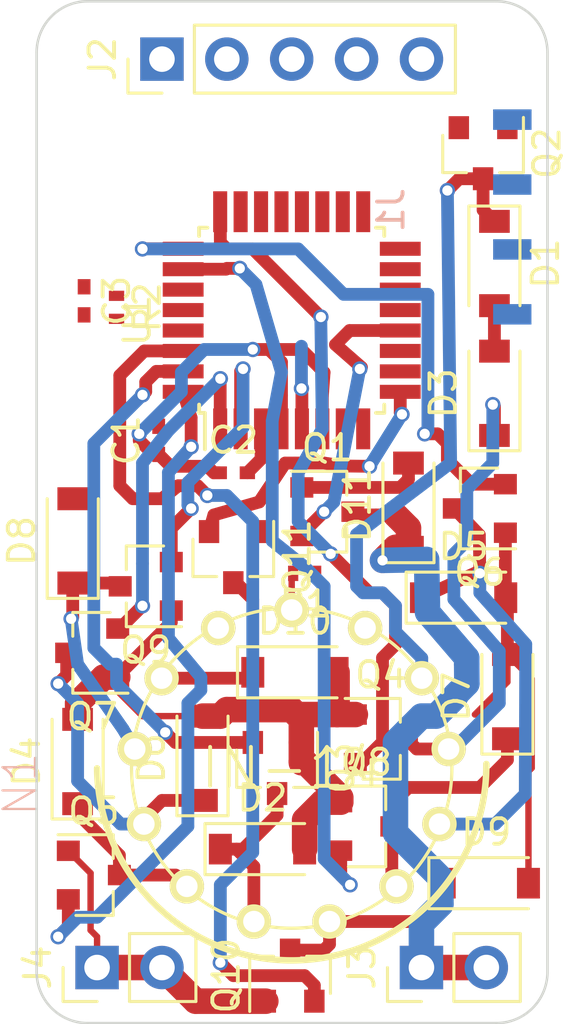
<source format=kicad_pcb>
(kicad_pcb (version 4) (host pcbnew 4.0.6)

  (general
    (links 82)
    (no_connects 25)
    (area 69.211999 62.137998 89.312001 102.238001)
    (thickness 1.6)
    (drawings 29)
    (tracks 346)
    (zones 0)
    (modules 33)
    (nets 35)
  )

  (page A4)
  (layers
    (0 F.Cu signal)
    (31 B.Cu signal)
    (32 B.Adhes user)
    (33 F.Adhes user)
    (34 B.Paste user)
    (35 F.Paste user)
    (36 B.SilkS user)
    (37 F.SilkS user)
    (38 B.Mask user)
    (39 F.Mask user)
    (40 Dwgs.User user)
    (41 Cmts.User user)
    (42 Eco1.User user)
    (43 Eco2.User user)
    (44 Edge.Cuts user)
    (45 Margin user)
    (46 B.CrtYd user)
    (47 F.CrtYd user)
    (48 B.Fab user)
    (49 F.Fab user)
  )

  (setup
    (last_trace_width 0.5)
    (user_trace_width 0.25)
    (user_trace_width 0.5)
    (trace_clearance 0.2)
    (zone_clearance 0.508)
    (zone_45_only no)
    (trace_min 0.2)
    (segment_width 0.2)
    (edge_width 0.15)
    (via_size 0.6)
    (via_drill 0.4)
    (via_min_size 0.4)
    (via_min_drill 0.3)
    (user_via 0.6 0.4)
    (user_via 0.6 0.4)
    (uvia_size 0.3)
    (uvia_drill 0.1)
    (uvias_allowed no)
    (uvia_min_size 0.2)
    (uvia_min_drill 0.1)
    (pcb_text_width 0.3)
    (pcb_text_size 1.5 1.5)
    (mod_edge_width 0.15)
    (mod_text_size 1 1)
    (mod_text_width 0.15)
    (pad_size 1.524 1.524)
    (pad_drill 0.762)
    (pad_to_mask_clearance 0.2)
    (aux_axis_origin 0 0)
    (visible_elements 7FFFFFDF)
    (pcbplotparams
      (layerselection 0x00030_80000001)
      (usegerberextensions false)
      (excludeedgelayer true)
      (linewidth 0.100000)
      (plotframeref false)
      (viasonmask false)
      (mode 1)
      (useauxorigin false)
      (hpglpennumber 1)
      (hpglpenspeed 20)
      (hpglpendiameter 15)
      (hpglpenoverlay 2)
      (psnegative false)
      (psa4output false)
      (plotreference true)
      (plotvalue true)
      (plotinvisibletext false)
      (padsonsilk false)
      (subtractmaskfromsilk false)
      (outputformat 1)
      (mirror false)
      (drillshape 1)
      (scaleselection 1)
      (outputdirectory ""))
  )

  (net 0 "")
  (net 1 +5V)
  (net 2 GND)
  (net 3 "Net-(C3-Pad1)")
  (net 4 /#RESET)
  (net 5 /NIX_1)
  (net 6 /NIX_6)
  (net 7 /NIX_2)
  (net 8 /NIX_8)
  (net 9 /NIX_3)
  (net 10 /NIX_4)
  (net 11 /NIX_9)
  (net 12 /NIX_5)
  (net 13 /NIX_0)
  (net 14 /SPI_SCK)
  (net 15 /SPI_#SS)
  (net 16 /SPI_MOSI)
  (net 17 /SPI_MISO)
  (net 18 /I2C_SDA)
  (net 19 /I2C_SCL)
  (net 20 +HV)
  (net 21 /NIX_7)
  (net 22 "Net-(N1-PadA)")
  (net 23 /NIX_ANODE)
  (net 24 /NIX_1_G)
  (net 25 /NIX_6_G)
  (net 26 /NIX_2_G)
  (net 27 /NIX_7_G)
  (net 28 /NIX_3_G)
  (net 29 /NIX_8_G)
  (net 30 /NIX_4_G)
  (net 31 /NIX_9_G)
  (net 32 /NIX_5_G)
  (net 33 /NIX_0_G)
  (net 34 "Net-(D11-Pad2)")

  (net_class Default "これは標準のネット クラスです。"
    (clearance 0.2)
    (trace_width 0.25)
    (via_dia 0.6)
    (via_drill 0.4)
    (uvia_dia 0.3)
    (uvia_drill 0.1)
    (add_net /#RESET)
    (add_net /I2C_SCL)
    (add_net /I2C_SDA)
    (add_net /SPI_#SS)
    (add_net /SPI_MISO)
    (add_net /SPI_MOSI)
    (add_net /SPI_SCK)
    (add_net "Net-(C3-Pad1)")
    (add_net "Net-(D11-Pad2)")
    (add_net "Net-(N1-PadA)")
  )

  (net_class Net_HV ""
    (clearance 0.2)
    (trace_width 0.5)
    (via_dia 0.6)
    (via_drill 0.4)
    (uvia_dia 0.3)
    (uvia_drill 0.1)
    (add_net /NIX_0)
    (add_net /NIX_0_G)
    (add_net /NIX_1)
    (add_net /NIX_1_G)
    (add_net /NIX_2)
    (add_net /NIX_2_G)
    (add_net /NIX_3)
    (add_net /NIX_3_G)
    (add_net /NIX_4)
    (add_net /NIX_4_G)
    (add_net /NIX_5)
    (add_net /NIX_5_G)
    (add_net /NIX_6)
    (add_net /NIX_6_G)
    (add_net /NIX_7)
    (add_net /NIX_7_G)
    (add_net /NIX_8)
    (add_net /NIX_8_G)
    (add_net /NIX_9)
    (add_net /NIX_9_G)
    (add_net /NIX_ANODE)
  )

  (net_class Power ""
    (clearance 0.2)
    (trace_width 1)
    (via_dia 0.6)
    (via_drill 0.4)
    (uvia_dia 0.3)
    (uvia_drill 0.1)
    (add_net +5V)
    (add_net GND)
  )

  (net_class Power_HV ""
    (clearance 0.2)
    (trace_width 1)
    (via_dia 0.6)
    (via_drill 0.4)
    (uvia_dia 0.3)
    (uvia_drill 0.1)
    (add_net +HV)
  )

  (module TO_SOT:SOT-23 (layer F.Cu) (tedit 58CE4E7E) (tstamp 5B6AFF2B)
    (at 80.645 82.169)
    (descr "SOT-23, Standard")
    (tags SOT-23)
    (path /5B6A845C)
    (attr smd)
    (fp_text reference Q1 (at 0 -2.5) (layer F.SilkS)
      (effects (font (size 1 1) (thickness 0.15)))
    )
    (fp_text value Q_NMOS_SGD (at 0 2.5) (layer F.Fab)
      (effects (font (size 1 1) (thickness 0.15)))
    )
    (fp_text user %R (at 0 0 90) (layer F.Fab)
      (effects (font (size 0.5 0.5) (thickness 0.075)))
    )
    (fp_line (start -0.7 -0.95) (end -0.7 1.5) (layer F.Fab) (width 0.1))
    (fp_line (start -0.15 -1.52) (end 0.7 -1.52) (layer F.Fab) (width 0.1))
    (fp_line (start -0.7 -0.95) (end -0.15 -1.52) (layer F.Fab) (width 0.1))
    (fp_line (start 0.7 -1.52) (end 0.7 1.52) (layer F.Fab) (width 0.1))
    (fp_line (start -0.7 1.52) (end 0.7 1.52) (layer F.Fab) (width 0.1))
    (fp_line (start 0.76 1.58) (end 0.76 0.65) (layer F.SilkS) (width 0.12))
    (fp_line (start 0.76 -1.58) (end 0.76 -0.65) (layer F.SilkS) (width 0.12))
    (fp_line (start -1.7 -1.75) (end 1.7 -1.75) (layer F.CrtYd) (width 0.05))
    (fp_line (start 1.7 -1.75) (end 1.7 1.75) (layer F.CrtYd) (width 0.05))
    (fp_line (start 1.7 1.75) (end -1.7 1.75) (layer F.CrtYd) (width 0.05))
    (fp_line (start -1.7 1.75) (end -1.7 -1.75) (layer F.CrtYd) (width 0.05))
    (fp_line (start 0.76 -1.58) (end -1.4 -1.58) (layer F.SilkS) (width 0.12))
    (fp_line (start 0.76 1.58) (end -0.7 1.58) (layer F.SilkS) (width 0.12))
    (pad 1 smd rect (at -1 -0.95) (size 0.9 0.8) (layers F.Cu F.Paste F.Mask)
      (net 34 "Net-(D11-Pad2)"))
    (pad 2 smd rect (at -1 0.95) (size 0.9 0.8) (layers F.Cu F.Paste F.Mask)
      (net 23 /NIX_ANODE))
    (pad 3 smd rect (at 1 0) (size 0.9 0.8) (layers F.Cu F.Paste F.Mask)
      (net 20 +HV))
    (model ${KISYS3DMOD}/TO_SOT_Packages_SMD.3dshapes/SOT-23.wrl
      (at (xyz 0 0 0))
      (scale (xyz 1 1 1))
      (rotate (xyz 0 0 0))
    )
  )

  (module russian-nixies:russian-nixies-IN-14 (layer F.Cu) (tedit 200000) (tstamp 5B6AFF24)
    (at 79.248 92.202 180)
    (path /5B6A620D)
    (attr virtual)
    (fp_text reference N1 (at 10.63498 -0.635 270) (layer B.SilkS)
      (effects (font (size 1.27 1.27) (thickness 0.0889)))
    )
    (fp_text value IN-14 (at 0 0 180) (layer F.SilkS)
      (effects (font (thickness 0.15)))
    )
    (fp_circle (center 0 0) (end -4.43484 4.43484) (layer F.SilkS) (width 0.127))
    (fp_arc (start 0 0.07874) (end -7.62 0.15748) (angle 179.9) (layer F.SilkS) (width 0.254))
    (pad 0 thru_hole circle (at 5.0927 3.51536 180) (size 1.3462 1.3462) (drill 0.8382) (layers *.Cu F.Paste F.SilkS F.Mask)
      (net 13 /NIX_0))
    (pad 1 thru_hole circle (at -5.0927 3.51536 180) (size 1.3462 1.3462) (drill 0.8382) (layers *.Cu F.Paste F.SilkS F.Mask)
      (net 5 /NIX_1))
    (pad 2 thru_hole circle (at -6.14426 0.74422 180) (size 1.3462 1.3462) (drill 0.8382) (layers *.Cu F.Paste F.SilkS F.Mask)
      (net 7 /NIX_2))
    (pad 3 thru_hole circle (at -5.78612 -2.19456 180) (size 1.3462 1.3462) (drill 0.8382) (layers *.Cu F.Paste F.SilkS F.Mask)
      (net 9 /NIX_3))
    (pad 4 thru_hole circle (at -4.10464 -4.63296 180) (size 1.3462 1.3462) (drill 0.8382) (layers *.Cu F.Paste F.SilkS F.Mask)
      (net 10 /NIX_4))
    (pad 5 thru_hole circle (at -1.48082 -6.00964 180) (size 1.3462 1.3462) (drill 0.8382) (layers *.Cu F.Paste F.SilkS F.Mask)
      (net 12 /NIX_5))
    (pad 6 thru_hole circle (at 1.48082 -6.00964 180) (size 1.3462 1.3462) (drill 0.8382) (layers *.Cu F.Paste F.SilkS F.Mask)
      (net 6 /NIX_6))
    (pad 7 thru_hole circle (at 4.10464 -4.63296 180) (size 1.3462 1.3462) (drill 0.8382) (layers *.Cu F.Paste F.SilkS F.Mask)
      (net 21 /NIX_7))
    (pad 8 thru_hole circle (at 5.78612 -2.19456 180) (size 1.3462 1.3462) (drill 0.8382) (layers *.Cu F.Paste F.SilkS F.Mask)
      (net 8 /NIX_8))
    (pad 9 thru_hole circle (at 6.14426 0.74422 180) (size 1.3462 1.3462) (drill 0.8382) (layers *.Cu F.Paste F.SilkS F.Mask)
      (net 11 /NIX_9))
    (pad A thru_hole circle (at 0 6.18744 180) (size 1.3462 1.3462) (drill 0.8382) (layers *.Cu F.Paste F.SilkS F.Mask)
      (net 22 "Net-(N1-PadA)"))
    (pad LHDP thru_hole circle (at 2.87528 5.47878 180) (size 1.3462 1.3462) (drill 0.8382) (layers *.Cu F.Paste F.SilkS F.Mask))
    (pad RHDP thru_hole circle (at -2.87528 5.47878 180) (size 1.3462 1.3462) (drill 0.8382) (layers *.Cu F.Paste F.SilkS F.Mask))
  )

  (module TO_SOT:SOT-23 (layer F.Cu) (tedit 58CE4E7E) (tstamp 5B6AFF55)
    (at 71.4375 87.6935 180)
    (descr "SOT-23, Standard")
    (tags SOT-23)
    (path /5B6A73A2)
    (attr smd)
    (fp_text reference Q7 (at 0 -2.5 180) (layer F.SilkS)
      (effects (font (size 1 1) (thickness 0.15)))
    )
    (fp_text value Q_NMOS_SGD (at 0 2.5 180) (layer F.Fab)
      (effects (font (size 1 1) (thickness 0.15)))
    )
    (fp_text user %R (at 0 0 270) (layer F.Fab)
      (effects (font (size 0.5 0.5) (thickness 0.075)))
    )
    (fp_line (start -0.7 -0.95) (end -0.7 1.5) (layer F.Fab) (width 0.1))
    (fp_line (start -0.15 -1.52) (end 0.7 -1.52) (layer F.Fab) (width 0.1))
    (fp_line (start -0.7 -0.95) (end -0.15 -1.52) (layer F.Fab) (width 0.1))
    (fp_line (start 0.7 -1.52) (end 0.7 1.52) (layer F.Fab) (width 0.1))
    (fp_line (start -0.7 1.52) (end 0.7 1.52) (layer F.Fab) (width 0.1))
    (fp_line (start 0.76 1.58) (end 0.76 0.65) (layer F.SilkS) (width 0.12))
    (fp_line (start 0.76 -1.58) (end 0.76 -0.65) (layer F.SilkS) (width 0.12))
    (fp_line (start -1.7 -1.75) (end 1.7 -1.75) (layer F.CrtYd) (width 0.05))
    (fp_line (start 1.7 -1.75) (end 1.7 1.75) (layer F.CrtYd) (width 0.05))
    (fp_line (start 1.7 1.75) (end -1.7 1.75) (layer F.CrtYd) (width 0.05))
    (fp_line (start -1.7 1.75) (end -1.7 -1.75) (layer F.CrtYd) (width 0.05))
    (fp_line (start 0.76 -1.58) (end -1.4 -1.58) (layer F.SilkS) (width 0.12))
    (fp_line (start 0.76 1.58) (end -0.7 1.58) (layer F.SilkS) (width 0.12))
    (pad 1 smd rect (at -1 -0.95 180) (size 0.9 0.8) (layers F.Cu F.Paste F.Mask)
      (net 2 GND))
    (pad 2 smd rect (at -1 0.95 180) (size 0.9 0.8) (layers F.Cu F.Paste F.Mask)
      (net 29 /NIX_8_G))
    (pad 3 smd rect (at 1 0 180) (size 0.9 0.8) (layers F.Cu F.Paste F.Mask)
      (net 8 /NIX_8))
    (model ${KISYS3DMOD}/TO_SOT_Packages_SMD.3dshapes/SOT-23.wrl
      (at (xyz 0 0 0))
      (scale (xyz 1 1 1))
      (rotate (xyz 0 0 0))
    )
  )

  (module D_SMD:D_SOD-123 (layer F.Cu) (tedit 58645DC7) (tstamp 5B6AFEBD)
    (at 87.1855 72.4535 270)
    (descr SOD-123)
    (tags SOD-123)
    (path /5B6A674F)
    (attr smd)
    (fp_text reference D1 (at 0 -2 270) (layer F.SilkS)
      (effects (font (size 1 1) (thickness 0.15)))
    )
    (fp_text value D_Zener (at 0 2.1 270) (layer F.Fab)
      (effects (font (size 1 1) (thickness 0.15)))
    )
    (fp_text user %R (at 0 -2 270) (layer F.Fab)
      (effects (font (size 1 1) (thickness 0.15)))
    )
    (fp_line (start -2.25 -1) (end -2.25 1) (layer F.SilkS) (width 0.12))
    (fp_line (start 0.25 0) (end 0.75 0) (layer F.Fab) (width 0.1))
    (fp_line (start 0.25 0.4) (end -0.35 0) (layer F.Fab) (width 0.1))
    (fp_line (start 0.25 -0.4) (end 0.25 0.4) (layer F.Fab) (width 0.1))
    (fp_line (start -0.35 0) (end 0.25 -0.4) (layer F.Fab) (width 0.1))
    (fp_line (start -0.35 0) (end -0.35 0.55) (layer F.Fab) (width 0.1))
    (fp_line (start -0.35 0) (end -0.35 -0.55) (layer F.Fab) (width 0.1))
    (fp_line (start -0.75 0) (end -0.35 0) (layer F.Fab) (width 0.1))
    (fp_line (start -1.4 0.9) (end -1.4 -0.9) (layer F.Fab) (width 0.1))
    (fp_line (start 1.4 0.9) (end -1.4 0.9) (layer F.Fab) (width 0.1))
    (fp_line (start 1.4 -0.9) (end 1.4 0.9) (layer F.Fab) (width 0.1))
    (fp_line (start -1.4 -0.9) (end 1.4 -0.9) (layer F.Fab) (width 0.1))
    (fp_line (start -2.35 -1.15) (end 2.35 -1.15) (layer F.CrtYd) (width 0.05))
    (fp_line (start 2.35 -1.15) (end 2.35 1.15) (layer F.CrtYd) (width 0.05))
    (fp_line (start 2.35 1.15) (end -2.35 1.15) (layer F.CrtYd) (width 0.05))
    (fp_line (start -2.35 -1.15) (end -2.35 1.15) (layer F.CrtYd) (width 0.05))
    (fp_line (start -2.25 1) (end 1.65 1) (layer F.SilkS) (width 0.12))
    (fp_line (start -2.25 -1) (end 1.65 -1) (layer F.SilkS) (width 0.12))
    (pad 1 smd rect (at -1.65 0 270) (size 0.9 1.2) (layers F.Cu F.Paste F.Mask)
      (net 5 /NIX_1))
    (pad 2 smd rect (at 1.65 0 270) (size 0.9 1.2) (layers F.Cu F.Paste F.Mask)
      (net 2 GND))
    (model ${KISYS3DMOD}/Diodes_SMD.3dshapes/D_SOD-123.wrl
      (at (xyz 0 0 0))
      (scale (xyz 1 1 1))
      (rotate (xyz 0 0 0))
    )
  )

  (module D_SMD:D_SOD-123 (layer F.Cu) (tedit 58645DC7) (tstamp 5B6AFEC3)
    (at 78.105 95.377)
    (descr SOD-123)
    (tags SOD-123)
    (path /5B6A7364)
    (attr smd)
    (fp_text reference D2 (at 0 -2) (layer F.SilkS)
      (effects (font (size 1 1) (thickness 0.15)))
    )
    (fp_text value D_Zener (at 0 2.1) (layer F.Fab)
      (effects (font (size 1 1) (thickness 0.15)))
    )
    (fp_text user %R (at 0 -2) (layer F.Fab)
      (effects (font (size 1 1) (thickness 0.15)))
    )
    (fp_line (start -2.25 -1) (end -2.25 1) (layer F.SilkS) (width 0.12))
    (fp_line (start 0.25 0) (end 0.75 0) (layer F.Fab) (width 0.1))
    (fp_line (start 0.25 0.4) (end -0.35 0) (layer F.Fab) (width 0.1))
    (fp_line (start 0.25 -0.4) (end 0.25 0.4) (layer F.Fab) (width 0.1))
    (fp_line (start -0.35 0) (end 0.25 -0.4) (layer F.Fab) (width 0.1))
    (fp_line (start -0.35 0) (end -0.35 0.55) (layer F.Fab) (width 0.1))
    (fp_line (start -0.35 0) (end -0.35 -0.55) (layer F.Fab) (width 0.1))
    (fp_line (start -0.75 0) (end -0.35 0) (layer F.Fab) (width 0.1))
    (fp_line (start -1.4 0.9) (end -1.4 -0.9) (layer F.Fab) (width 0.1))
    (fp_line (start 1.4 0.9) (end -1.4 0.9) (layer F.Fab) (width 0.1))
    (fp_line (start 1.4 -0.9) (end 1.4 0.9) (layer F.Fab) (width 0.1))
    (fp_line (start -1.4 -0.9) (end 1.4 -0.9) (layer F.Fab) (width 0.1))
    (fp_line (start -2.35 -1.15) (end 2.35 -1.15) (layer F.CrtYd) (width 0.05))
    (fp_line (start 2.35 -1.15) (end 2.35 1.15) (layer F.CrtYd) (width 0.05))
    (fp_line (start 2.35 1.15) (end -2.35 1.15) (layer F.CrtYd) (width 0.05))
    (fp_line (start -2.35 -1.15) (end -2.35 1.15) (layer F.CrtYd) (width 0.05))
    (fp_line (start -2.25 1) (end 1.65 1) (layer F.SilkS) (width 0.12))
    (fp_line (start -2.25 -1) (end 1.65 -1) (layer F.SilkS) (width 0.12))
    (pad 1 smd rect (at -1.65 0) (size 0.9 1.2) (layers F.Cu F.Paste F.Mask)
      (net 6 /NIX_6))
    (pad 2 smd rect (at 1.65 0) (size 0.9 1.2) (layers F.Cu F.Paste F.Mask)
      (net 2 GND))
    (model ${KISYS3DMOD}/Diodes_SMD.3dshapes/D_SOD-123.wrl
      (at (xyz 0 0 0))
      (scale (xyz 1 1 1))
      (rotate (xyz 0 0 0))
    )
  )

  (module D_SMD:D_SOD-123 (layer F.Cu) (tedit 58645DC7) (tstamp 5B6AFEC9)
    (at 87.1855 77.5335 90)
    (descr SOD-123)
    (tags SOD-123)
    (path /5B6A6F20)
    (attr smd)
    (fp_text reference D3 (at 0 -2 90) (layer F.SilkS)
      (effects (font (size 1 1) (thickness 0.15)))
    )
    (fp_text value D_Zener (at 0 2.1 90) (layer F.Fab)
      (effects (font (size 1 1) (thickness 0.15)))
    )
    (fp_text user %R (at 0 -2 90) (layer F.Fab)
      (effects (font (size 1 1) (thickness 0.15)))
    )
    (fp_line (start -2.25 -1) (end -2.25 1) (layer F.SilkS) (width 0.12))
    (fp_line (start 0.25 0) (end 0.75 0) (layer F.Fab) (width 0.1))
    (fp_line (start 0.25 0.4) (end -0.35 0) (layer F.Fab) (width 0.1))
    (fp_line (start 0.25 -0.4) (end 0.25 0.4) (layer F.Fab) (width 0.1))
    (fp_line (start -0.35 0) (end 0.25 -0.4) (layer F.Fab) (width 0.1))
    (fp_line (start -0.35 0) (end -0.35 0.55) (layer F.Fab) (width 0.1))
    (fp_line (start -0.35 0) (end -0.35 -0.55) (layer F.Fab) (width 0.1))
    (fp_line (start -0.75 0) (end -0.35 0) (layer F.Fab) (width 0.1))
    (fp_line (start -1.4 0.9) (end -1.4 -0.9) (layer F.Fab) (width 0.1))
    (fp_line (start 1.4 0.9) (end -1.4 0.9) (layer F.Fab) (width 0.1))
    (fp_line (start 1.4 -0.9) (end 1.4 0.9) (layer F.Fab) (width 0.1))
    (fp_line (start -1.4 -0.9) (end 1.4 -0.9) (layer F.Fab) (width 0.1))
    (fp_line (start -2.35 -1.15) (end 2.35 -1.15) (layer F.CrtYd) (width 0.05))
    (fp_line (start 2.35 -1.15) (end 2.35 1.15) (layer F.CrtYd) (width 0.05))
    (fp_line (start 2.35 1.15) (end -2.35 1.15) (layer F.CrtYd) (width 0.05))
    (fp_line (start -2.35 -1.15) (end -2.35 1.15) (layer F.CrtYd) (width 0.05))
    (fp_line (start -2.25 1) (end 1.65 1) (layer F.SilkS) (width 0.12))
    (fp_line (start -2.25 -1) (end 1.65 -1) (layer F.SilkS) (width 0.12))
    (pad 1 smd rect (at -1.65 0 90) (size 0.9 1.2) (layers F.Cu F.Paste F.Mask)
      (net 7 /NIX_2))
    (pad 2 smd rect (at 1.65 0 90) (size 0.9 1.2) (layers F.Cu F.Paste F.Mask)
      (net 2 GND))
    (model ${KISYS3DMOD}/Diodes_SMD.3dshapes/D_SOD-123.wrl
      (at (xyz 0 0 0))
      (scale (xyz 1 1 1))
      (rotate (xyz 0 0 0))
    )
  )

  (module D_SMD:D_SOD-123 (layer F.Cu) (tedit 58645DC7) (tstamp 5B6AFECF)
    (at 70.866 91.948 90)
    (descr SOD-123)
    (tags SOD-123)
    (path /5B6A7386)
    (attr smd)
    (fp_text reference D4 (at 0 -2 90) (layer F.SilkS)
      (effects (font (size 1 1) (thickness 0.15)))
    )
    (fp_text value D_Zener (at 0 2.1 90) (layer F.Fab)
      (effects (font (size 1 1) (thickness 0.15)))
    )
    (fp_text user %R (at 0 -2 90) (layer F.Fab)
      (effects (font (size 1 1) (thickness 0.15)))
    )
    (fp_line (start -2.25 -1) (end -2.25 1) (layer F.SilkS) (width 0.12))
    (fp_line (start 0.25 0) (end 0.75 0) (layer F.Fab) (width 0.1))
    (fp_line (start 0.25 0.4) (end -0.35 0) (layer F.Fab) (width 0.1))
    (fp_line (start 0.25 -0.4) (end 0.25 0.4) (layer F.Fab) (width 0.1))
    (fp_line (start -0.35 0) (end 0.25 -0.4) (layer F.Fab) (width 0.1))
    (fp_line (start -0.35 0) (end -0.35 0.55) (layer F.Fab) (width 0.1))
    (fp_line (start -0.35 0) (end -0.35 -0.55) (layer F.Fab) (width 0.1))
    (fp_line (start -0.75 0) (end -0.35 0) (layer F.Fab) (width 0.1))
    (fp_line (start -1.4 0.9) (end -1.4 -0.9) (layer F.Fab) (width 0.1))
    (fp_line (start 1.4 0.9) (end -1.4 0.9) (layer F.Fab) (width 0.1))
    (fp_line (start 1.4 -0.9) (end 1.4 0.9) (layer F.Fab) (width 0.1))
    (fp_line (start -1.4 -0.9) (end 1.4 -0.9) (layer F.Fab) (width 0.1))
    (fp_line (start -2.35 -1.15) (end 2.35 -1.15) (layer F.CrtYd) (width 0.05))
    (fp_line (start 2.35 -1.15) (end 2.35 1.15) (layer F.CrtYd) (width 0.05))
    (fp_line (start 2.35 1.15) (end -2.35 1.15) (layer F.CrtYd) (width 0.05))
    (fp_line (start -2.35 -1.15) (end -2.35 1.15) (layer F.CrtYd) (width 0.05))
    (fp_line (start -2.25 1) (end 1.65 1) (layer F.SilkS) (width 0.12))
    (fp_line (start -2.25 -1) (end 1.65 -1) (layer F.SilkS) (width 0.12))
    (pad 1 smd rect (at -1.65 0 90) (size 0.9 1.2) (layers F.Cu F.Paste F.Mask)
      (net 21 /NIX_7))
    (pad 2 smd rect (at 1.65 0 90) (size 0.9 1.2) (layers F.Cu F.Paste F.Mask)
      (net 2 GND))
    (model ${KISYS3DMOD}/Diodes_SMD.3dshapes/D_SOD-123.wrl
      (at (xyz 0 0 0))
      (scale (xyz 1 1 1))
      (rotate (xyz 0 0 0))
    )
  )

  (module D_SMD:D_SOD-123 (layer F.Cu) (tedit 58645DC7) (tstamp 5B6AFED5)
    (at 85.979 85.5345)
    (descr SOD-123)
    (tags SOD-123)
    (path /5B6A704A)
    (attr smd)
    (fp_text reference D5 (at 0 -2) (layer F.SilkS)
      (effects (font (size 1 1) (thickness 0.15)))
    )
    (fp_text value D_Zener (at 0 2.1) (layer F.Fab)
      (effects (font (size 1 1) (thickness 0.15)))
    )
    (fp_text user %R (at 0 -2) (layer F.Fab)
      (effects (font (size 1 1) (thickness 0.15)))
    )
    (fp_line (start -2.25 -1) (end -2.25 1) (layer F.SilkS) (width 0.12))
    (fp_line (start 0.25 0) (end 0.75 0) (layer F.Fab) (width 0.1))
    (fp_line (start 0.25 0.4) (end -0.35 0) (layer F.Fab) (width 0.1))
    (fp_line (start 0.25 -0.4) (end 0.25 0.4) (layer F.Fab) (width 0.1))
    (fp_line (start -0.35 0) (end 0.25 -0.4) (layer F.Fab) (width 0.1))
    (fp_line (start -0.35 0) (end -0.35 0.55) (layer F.Fab) (width 0.1))
    (fp_line (start -0.35 0) (end -0.35 -0.55) (layer F.Fab) (width 0.1))
    (fp_line (start -0.75 0) (end -0.35 0) (layer F.Fab) (width 0.1))
    (fp_line (start -1.4 0.9) (end -1.4 -0.9) (layer F.Fab) (width 0.1))
    (fp_line (start 1.4 0.9) (end -1.4 0.9) (layer F.Fab) (width 0.1))
    (fp_line (start 1.4 -0.9) (end 1.4 0.9) (layer F.Fab) (width 0.1))
    (fp_line (start -1.4 -0.9) (end 1.4 -0.9) (layer F.Fab) (width 0.1))
    (fp_line (start -2.35 -1.15) (end 2.35 -1.15) (layer F.CrtYd) (width 0.05))
    (fp_line (start 2.35 -1.15) (end 2.35 1.15) (layer F.CrtYd) (width 0.05))
    (fp_line (start 2.35 1.15) (end -2.35 1.15) (layer F.CrtYd) (width 0.05))
    (fp_line (start -2.35 -1.15) (end -2.35 1.15) (layer F.CrtYd) (width 0.05))
    (fp_line (start -2.25 1) (end 1.65 1) (layer F.SilkS) (width 0.12))
    (fp_line (start -2.25 -1) (end 1.65 -1) (layer F.SilkS) (width 0.12))
    (pad 1 smd rect (at -1.65 0) (size 0.9 1.2) (layers F.Cu F.Paste F.Mask)
      (net 9 /NIX_3))
    (pad 2 smd rect (at 1.65 0) (size 0.9 1.2) (layers F.Cu F.Paste F.Mask)
      (net 2 GND))
    (model ${KISYS3DMOD}/Diodes_SMD.3dshapes/D_SOD-123.wrl
      (at (xyz 0 0 0))
      (scale (xyz 1 1 1))
      (rotate (xyz 0 0 0))
    )
  )

  (module D_SMD:D_SOD-123 (layer F.Cu) (tedit 58645DC7) (tstamp 5B6AFEDB)
    (at 75.7555 91.821 90)
    (descr SOD-123)
    (tags SOD-123)
    (path /5B6A73A8)
    (attr smd)
    (fp_text reference D6 (at 0 -2 90) (layer F.SilkS)
      (effects (font (size 1 1) (thickness 0.15)))
    )
    (fp_text value D_Zener (at 0 2.1 90) (layer F.Fab)
      (effects (font (size 1 1) (thickness 0.15)))
    )
    (fp_text user %R (at 0 -2 90) (layer F.Fab)
      (effects (font (size 1 1) (thickness 0.15)))
    )
    (fp_line (start -2.25 -1) (end -2.25 1) (layer F.SilkS) (width 0.12))
    (fp_line (start 0.25 0) (end 0.75 0) (layer F.Fab) (width 0.1))
    (fp_line (start 0.25 0.4) (end -0.35 0) (layer F.Fab) (width 0.1))
    (fp_line (start 0.25 -0.4) (end 0.25 0.4) (layer F.Fab) (width 0.1))
    (fp_line (start -0.35 0) (end 0.25 -0.4) (layer F.Fab) (width 0.1))
    (fp_line (start -0.35 0) (end -0.35 0.55) (layer F.Fab) (width 0.1))
    (fp_line (start -0.35 0) (end -0.35 -0.55) (layer F.Fab) (width 0.1))
    (fp_line (start -0.75 0) (end -0.35 0) (layer F.Fab) (width 0.1))
    (fp_line (start -1.4 0.9) (end -1.4 -0.9) (layer F.Fab) (width 0.1))
    (fp_line (start 1.4 0.9) (end -1.4 0.9) (layer F.Fab) (width 0.1))
    (fp_line (start 1.4 -0.9) (end 1.4 0.9) (layer F.Fab) (width 0.1))
    (fp_line (start -1.4 -0.9) (end 1.4 -0.9) (layer F.Fab) (width 0.1))
    (fp_line (start -2.35 -1.15) (end 2.35 -1.15) (layer F.CrtYd) (width 0.05))
    (fp_line (start 2.35 -1.15) (end 2.35 1.15) (layer F.CrtYd) (width 0.05))
    (fp_line (start 2.35 1.15) (end -2.35 1.15) (layer F.CrtYd) (width 0.05))
    (fp_line (start -2.35 -1.15) (end -2.35 1.15) (layer F.CrtYd) (width 0.05))
    (fp_line (start -2.25 1) (end 1.65 1) (layer F.SilkS) (width 0.12))
    (fp_line (start -2.25 -1) (end 1.65 -1) (layer F.SilkS) (width 0.12))
    (pad 1 smd rect (at -1.65 0 90) (size 0.9 1.2) (layers F.Cu F.Paste F.Mask)
      (net 8 /NIX_8))
    (pad 2 smd rect (at 1.65 0 90) (size 0.9 1.2) (layers F.Cu F.Paste F.Mask)
      (net 2 GND))
    (model ${KISYS3DMOD}/Diodes_SMD.3dshapes/D_SOD-123.wrl
      (at (xyz 0 0 0))
      (scale (xyz 1 1 1))
      (rotate (xyz 0 0 0))
    )
  )

  (module D_SMD:D_SOD-123 (layer F.Cu) (tedit 58645DC7) (tstamp 5B6AFEE1)
    (at 87.6935 89.408 90)
    (descr SOD-123)
    (tags SOD-123)
    (path /5B6A706C)
    (attr smd)
    (fp_text reference D7 (at 0 -2 90) (layer F.SilkS)
      (effects (font (size 1 1) (thickness 0.15)))
    )
    (fp_text value D_Zener (at 0 2.1 90) (layer F.Fab)
      (effects (font (size 1 1) (thickness 0.15)))
    )
    (fp_text user %R (at 0 -2 90) (layer F.Fab)
      (effects (font (size 1 1) (thickness 0.15)))
    )
    (fp_line (start -2.25 -1) (end -2.25 1) (layer F.SilkS) (width 0.12))
    (fp_line (start 0.25 0) (end 0.75 0) (layer F.Fab) (width 0.1))
    (fp_line (start 0.25 0.4) (end -0.35 0) (layer F.Fab) (width 0.1))
    (fp_line (start 0.25 -0.4) (end 0.25 0.4) (layer F.Fab) (width 0.1))
    (fp_line (start -0.35 0) (end 0.25 -0.4) (layer F.Fab) (width 0.1))
    (fp_line (start -0.35 0) (end -0.35 0.55) (layer F.Fab) (width 0.1))
    (fp_line (start -0.35 0) (end -0.35 -0.55) (layer F.Fab) (width 0.1))
    (fp_line (start -0.75 0) (end -0.35 0) (layer F.Fab) (width 0.1))
    (fp_line (start -1.4 0.9) (end -1.4 -0.9) (layer F.Fab) (width 0.1))
    (fp_line (start 1.4 0.9) (end -1.4 0.9) (layer F.Fab) (width 0.1))
    (fp_line (start 1.4 -0.9) (end 1.4 0.9) (layer F.Fab) (width 0.1))
    (fp_line (start -1.4 -0.9) (end 1.4 -0.9) (layer F.Fab) (width 0.1))
    (fp_line (start -2.35 -1.15) (end 2.35 -1.15) (layer F.CrtYd) (width 0.05))
    (fp_line (start 2.35 -1.15) (end 2.35 1.15) (layer F.CrtYd) (width 0.05))
    (fp_line (start 2.35 1.15) (end -2.35 1.15) (layer F.CrtYd) (width 0.05))
    (fp_line (start -2.35 -1.15) (end -2.35 1.15) (layer F.CrtYd) (width 0.05))
    (fp_line (start -2.25 1) (end 1.65 1) (layer F.SilkS) (width 0.12))
    (fp_line (start -2.25 -1) (end 1.65 -1) (layer F.SilkS) (width 0.12))
    (pad 1 smd rect (at -1.65 0 90) (size 0.9 1.2) (layers F.Cu F.Paste F.Mask)
      (net 10 /NIX_4))
    (pad 2 smd rect (at 1.65 0 90) (size 0.9 1.2) (layers F.Cu F.Paste F.Mask)
      (net 2 GND))
    (model ${KISYS3DMOD}/Diodes_SMD.3dshapes/D_SOD-123.wrl
      (at (xyz 0 0 0))
      (scale (xyz 1 1 1))
      (rotate (xyz 0 0 0))
    )
  )

  (module D_SMD:D_SOD-123 (layer F.Cu) (tedit 58645DC7) (tstamp 5B6AFEE7)
    (at 70.6755 83.312 90)
    (descr SOD-123)
    (tags SOD-123)
    (path /5B6A73CA)
    (attr smd)
    (fp_text reference D8 (at 0 -2 90) (layer F.SilkS)
      (effects (font (size 1 1) (thickness 0.15)))
    )
    (fp_text value D_Zener (at 0 2.1 90) (layer F.Fab)
      (effects (font (size 1 1) (thickness 0.15)))
    )
    (fp_text user %R (at 0 -2 90) (layer F.Fab)
      (effects (font (size 1 1) (thickness 0.15)))
    )
    (fp_line (start -2.25 -1) (end -2.25 1) (layer F.SilkS) (width 0.12))
    (fp_line (start 0.25 0) (end 0.75 0) (layer F.Fab) (width 0.1))
    (fp_line (start 0.25 0.4) (end -0.35 0) (layer F.Fab) (width 0.1))
    (fp_line (start 0.25 -0.4) (end 0.25 0.4) (layer F.Fab) (width 0.1))
    (fp_line (start -0.35 0) (end 0.25 -0.4) (layer F.Fab) (width 0.1))
    (fp_line (start -0.35 0) (end -0.35 0.55) (layer F.Fab) (width 0.1))
    (fp_line (start -0.35 0) (end -0.35 -0.55) (layer F.Fab) (width 0.1))
    (fp_line (start -0.75 0) (end -0.35 0) (layer F.Fab) (width 0.1))
    (fp_line (start -1.4 0.9) (end -1.4 -0.9) (layer F.Fab) (width 0.1))
    (fp_line (start 1.4 0.9) (end -1.4 0.9) (layer F.Fab) (width 0.1))
    (fp_line (start 1.4 -0.9) (end 1.4 0.9) (layer F.Fab) (width 0.1))
    (fp_line (start -1.4 -0.9) (end 1.4 -0.9) (layer F.Fab) (width 0.1))
    (fp_line (start -2.35 -1.15) (end 2.35 -1.15) (layer F.CrtYd) (width 0.05))
    (fp_line (start 2.35 -1.15) (end 2.35 1.15) (layer F.CrtYd) (width 0.05))
    (fp_line (start 2.35 1.15) (end -2.35 1.15) (layer F.CrtYd) (width 0.05))
    (fp_line (start -2.35 -1.15) (end -2.35 1.15) (layer F.CrtYd) (width 0.05))
    (fp_line (start -2.25 1) (end 1.65 1) (layer F.SilkS) (width 0.12))
    (fp_line (start -2.25 -1) (end 1.65 -1) (layer F.SilkS) (width 0.12))
    (pad 1 smd rect (at -1.65 0 90) (size 0.9 1.2) (layers F.Cu F.Paste F.Mask)
      (net 11 /NIX_9))
    (pad 2 smd rect (at 1.65 0 90) (size 0.9 1.2) (layers F.Cu F.Paste F.Mask)
      (net 2 GND))
    (model ${KISYS3DMOD}/Diodes_SMD.3dshapes/D_SOD-123.wrl
      (at (xyz 0 0 0))
      (scale (xyz 1 1 1))
      (rotate (xyz 0 0 0))
    )
  )

  (module D_SMD:D_SOD-123 (layer F.Cu) (tedit 58645DC7) (tstamp 5B6AFEED)
    (at 86.868 96.7105)
    (descr SOD-123)
    (tags SOD-123)
    (path /5B6A77EC)
    (attr smd)
    (fp_text reference D9 (at 0 -2) (layer F.SilkS)
      (effects (font (size 1 1) (thickness 0.15)))
    )
    (fp_text value D_Zener (at 0 2.1) (layer F.Fab)
      (effects (font (size 1 1) (thickness 0.15)))
    )
    (fp_text user %R (at 0 -2) (layer F.Fab)
      (effects (font (size 1 1) (thickness 0.15)))
    )
    (fp_line (start -2.25 -1) (end -2.25 1) (layer F.SilkS) (width 0.12))
    (fp_line (start 0.25 0) (end 0.75 0) (layer F.Fab) (width 0.1))
    (fp_line (start 0.25 0.4) (end -0.35 0) (layer F.Fab) (width 0.1))
    (fp_line (start 0.25 -0.4) (end 0.25 0.4) (layer F.Fab) (width 0.1))
    (fp_line (start -0.35 0) (end 0.25 -0.4) (layer F.Fab) (width 0.1))
    (fp_line (start -0.35 0) (end -0.35 0.55) (layer F.Fab) (width 0.1))
    (fp_line (start -0.35 0) (end -0.35 -0.55) (layer F.Fab) (width 0.1))
    (fp_line (start -0.75 0) (end -0.35 0) (layer F.Fab) (width 0.1))
    (fp_line (start -1.4 0.9) (end -1.4 -0.9) (layer F.Fab) (width 0.1))
    (fp_line (start 1.4 0.9) (end -1.4 0.9) (layer F.Fab) (width 0.1))
    (fp_line (start 1.4 -0.9) (end 1.4 0.9) (layer F.Fab) (width 0.1))
    (fp_line (start -1.4 -0.9) (end 1.4 -0.9) (layer F.Fab) (width 0.1))
    (fp_line (start -2.35 -1.15) (end 2.35 -1.15) (layer F.CrtYd) (width 0.05))
    (fp_line (start 2.35 -1.15) (end 2.35 1.15) (layer F.CrtYd) (width 0.05))
    (fp_line (start 2.35 1.15) (end -2.35 1.15) (layer F.CrtYd) (width 0.05))
    (fp_line (start -2.35 -1.15) (end -2.35 1.15) (layer F.CrtYd) (width 0.05))
    (fp_line (start -2.25 1) (end 1.65 1) (layer F.SilkS) (width 0.12))
    (fp_line (start -2.25 -1) (end 1.65 -1) (layer F.SilkS) (width 0.12))
    (pad 1 smd rect (at -1.65 0) (size 0.9 1.2) (layers F.Cu F.Paste F.Mask)
      (net 12 /NIX_5))
    (pad 2 smd rect (at 1.65 0) (size 0.9 1.2) (layers F.Cu F.Paste F.Mask)
      (net 2 GND))
    (model ${KISYS3DMOD}/Diodes_SMD.3dshapes/D_SOD-123.wrl
      (at (xyz 0 0 0))
      (scale (xyz 1 1 1))
      (rotate (xyz 0 0 0))
    )
  )

  (module D_SMD:D_SOD-123 (layer F.Cu) (tedit 58645DC7) (tstamp 5B6AFEF3)
    (at 79.375 88.4555)
    (descr SOD-123)
    (tags SOD-123)
    (path /5B6A79E6)
    (attr smd)
    (fp_text reference D10 (at 0 -2) (layer F.SilkS)
      (effects (font (size 1 1) (thickness 0.15)))
    )
    (fp_text value D_Zener (at 0 2.1) (layer F.Fab)
      (effects (font (size 1 1) (thickness 0.15)))
    )
    (fp_text user %R (at 0 -2) (layer F.Fab)
      (effects (font (size 1 1) (thickness 0.15)))
    )
    (fp_line (start -2.25 -1) (end -2.25 1) (layer F.SilkS) (width 0.12))
    (fp_line (start 0.25 0) (end 0.75 0) (layer F.Fab) (width 0.1))
    (fp_line (start 0.25 0.4) (end -0.35 0) (layer F.Fab) (width 0.1))
    (fp_line (start 0.25 -0.4) (end 0.25 0.4) (layer F.Fab) (width 0.1))
    (fp_line (start -0.35 0) (end 0.25 -0.4) (layer F.Fab) (width 0.1))
    (fp_line (start -0.35 0) (end -0.35 0.55) (layer F.Fab) (width 0.1))
    (fp_line (start -0.35 0) (end -0.35 -0.55) (layer F.Fab) (width 0.1))
    (fp_line (start -0.75 0) (end -0.35 0) (layer F.Fab) (width 0.1))
    (fp_line (start -1.4 0.9) (end -1.4 -0.9) (layer F.Fab) (width 0.1))
    (fp_line (start 1.4 0.9) (end -1.4 0.9) (layer F.Fab) (width 0.1))
    (fp_line (start 1.4 -0.9) (end 1.4 0.9) (layer F.Fab) (width 0.1))
    (fp_line (start -1.4 -0.9) (end 1.4 -0.9) (layer F.Fab) (width 0.1))
    (fp_line (start -2.35 -1.15) (end 2.35 -1.15) (layer F.CrtYd) (width 0.05))
    (fp_line (start 2.35 -1.15) (end 2.35 1.15) (layer F.CrtYd) (width 0.05))
    (fp_line (start 2.35 1.15) (end -2.35 1.15) (layer F.CrtYd) (width 0.05))
    (fp_line (start -2.35 -1.15) (end -2.35 1.15) (layer F.CrtYd) (width 0.05))
    (fp_line (start -2.25 1) (end 1.65 1) (layer F.SilkS) (width 0.12))
    (fp_line (start -2.25 -1) (end 1.65 -1) (layer F.SilkS) (width 0.12))
    (pad 1 smd rect (at -1.65 0) (size 0.9 1.2) (layers F.Cu F.Paste F.Mask)
      (net 13 /NIX_0))
    (pad 2 smd rect (at 1.65 0) (size 0.9 1.2) (layers F.Cu F.Paste F.Mask)
      (net 2 GND))
    (model ${KISYS3DMOD}/Diodes_SMD.3dshapes/D_SOD-123.wrl
      (at (xyz 0 0 0))
      (scale (xyz 1 1 1))
      (rotate (xyz 0 0 0))
    )
  )

  (module misc:PinHead_SMD_1x4 (layer B.Cu) (tedit 5B6AF778) (tstamp 5B6AFEFE)
    (at 87.884 70.612 90)
    (path /5B6C55AE)
    (fp_text reference J1 (at 0.25 -4.75 90) (layer B.SilkS)
      (effects (font (size 1 1) (thickness 0.15)) (justify mirror))
    )
    (fp_text value CONN_01X04 (at 0 -2.75 90) (layer B.Fab)
      (effects (font (size 1 1) (thickness 0.15)) (justify mirror))
    )
    (pad 4 smd rect (at 3.79 0 90) (size 0.8 1.5) (layers B.Cu B.Paste B.Mask)
      (net 14 /SPI_SCK))
    (pad 4 smd rect (at 3.79 0 90) (size 0.8 1.5) (layers B.Cu B.Paste B.Mask)
      (net 14 /SPI_SCK))
    (pad 4 smd rect (at 3.79 0 90) (size 0.8 1.5) (layers B.Cu B.Paste B.Mask)
      (net 14 /SPI_SCK))
    (pad 4 smd rect (at 3.79 0 90) (size 0.8 1.5) (layers B.Cu B.Paste B.Mask)
      (net 14 /SPI_SCK))
    (pad 1 smd rect (at -3.83 0 90) (size 0.8 1.5) (layers B.Cu B.Paste B.Mask)
      (net 15 /SPI_#SS))
    (pad 2 smd rect (at -1.29 0 90) (size 0.8 1.5) (layers B.Cu B.Paste B.Mask)
      (net 16 /SPI_MOSI))
    (pad 3 smd rect (at 1.25 0 90) (size 0.8 1.5) (layers B.Cu B.Paste B.Mask)
      (net 17 /SPI_MISO))
  )

  (module Pin_Headers:Pin_Header_Straight_1x05_Pitch2.54mm (layer F.Cu) (tedit 59650532) (tstamp 5B6AFF07)
    (at 74.168 64.4525 90)
    (descr "Through hole straight pin header, 1x05, 2.54mm pitch, single row")
    (tags "Through hole pin header THT 1x05 2.54mm single row")
    (path /5B6C561D)
    (fp_text reference J2 (at 0 -2.33 90) (layer F.SilkS)
      (effects (font (size 1 1) (thickness 0.15)))
    )
    (fp_text value CONN_01X05 (at 0 12.49 90) (layer F.Fab)
      (effects (font (size 1 1) (thickness 0.15)))
    )
    (fp_line (start -0.635 -1.27) (end 1.27 -1.27) (layer F.Fab) (width 0.1))
    (fp_line (start 1.27 -1.27) (end 1.27 11.43) (layer F.Fab) (width 0.1))
    (fp_line (start 1.27 11.43) (end -1.27 11.43) (layer F.Fab) (width 0.1))
    (fp_line (start -1.27 11.43) (end -1.27 -0.635) (layer F.Fab) (width 0.1))
    (fp_line (start -1.27 -0.635) (end -0.635 -1.27) (layer F.Fab) (width 0.1))
    (fp_line (start -1.33 11.49) (end 1.33 11.49) (layer F.SilkS) (width 0.12))
    (fp_line (start -1.33 1.27) (end -1.33 11.49) (layer F.SilkS) (width 0.12))
    (fp_line (start 1.33 1.27) (end 1.33 11.49) (layer F.SilkS) (width 0.12))
    (fp_line (start -1.33 1.27) (end 1.33 1.27) (layer F.SilkS) (width 0.12))
    (fp_line (start -1.33 0) (end -1.33 -1.33) (layer F.SilkS) (width 0.12))
    (fp_line (start -1.33 -1.33) (end 0 -1.33) (layer F.SilkS) (width 0.12))
    (fp_line (start -1.8 -1.8) (end -1.8 11.95) (layer F.CrtYd) (width 0.05))
    (fp_line (start -1.8 11.95) (end 1.8 11.95) (layer F.CrtYd) (width 0.05))
    (fp_line (start 1.8 11.95) (end 1.8 -1.8) (layer F.CrtYd) (width 0.05))
    (fp_line (start 1.8 -1.8) (end -1.8 -1.8) (layer F.CrtYd) (width 0.05))
    (fp_text user %R (at 0 5.08 180) (layer F.Fab)
      (effects (font (size 1 1) (thickness 0.15)))
    )
    (pad 1 thru_hole rect (at 0 0 90) (size 1.7 1.7) (drill 1) (layers *.Cu *.Mask)
      (net 1 +5V))
    (pad 2 thru_hole oval (at 0 2.54 90) (size 1.7 1.7) (drill 1) (layers *.Cu *.Mask)
      (net 3 "Net-(C3-Pad1)"))
    (pad 3 thru_hole oval (at 0 5.08 90) (size 1.7 1.7) (drill 1) (layers *.Cu *.Mask)
      (net 18 /I2C_SDA))
    (pad 4 thru_hole oval (at 0 7.62 90) (size 1.7 1.7) (drill 1) (layers *.Cu *.Mask)
      (net 19 /I2C_SCL))
    (pad 5 thru_hole oval (at 0 10.16 90) (size 1.7 1.7) (drill 1) (layers *.Cu *.Mask)
      (net 2 GND))
    (model ${KISYS3DMOD}/Pin_Headers.3dshapes/Pin_Header_Straight_1x05_Pitch2.54mm.wrl
      (at (xyz 0 0 0))
      (scale (xyz 1 1 1))
      (rotate (xyz 0 0 0))
    )
  )

  (module TO_SOT:SOT-23 (layer F.Cu) (tedit 58CE4E7E) (tstamp 5B6AFF32)
    (at 86.741 68.1355 270)
    (descr "SOT-23, Standard")
    (tags SOT-23)
    (path /5B6A6595)
    (attr smd)
    (fp_text reference Q2 (at 0 -2.5 270) (layer F.SilkS)
      (effects (font (size 1 1) (thickness 0.15)))
    )
    (fp_text value Q_NMOS_SGD (at 0 2.5 270) (layer F.Fab)
      (effects (font (size 1 1) (thickness 0.15)))
    )
    (fp_text user %R (at 0 0 360) (layer F.Fab)
      (effects (font (size 0.5 0.5) (thickness 0.075)))
    )
    (fp_line (start -0.7 -0.95) (end -0.7 1.5) (layer F.Fab) (width 0.1))
    (fp_line (start -0.15 -1.52) (end 0.7 -1.52) (layer F.Fab) (width 0.1))
    (fp_line (start -0.7 -0.95) (end -0.15 -1.52) (layer F.Fab) (width 0.1))
    (fp_line (start 0.7 -1.52) (end 0.7 1.52) (layer F.Fab) (width 0.1))
    (fp_line (start -0.7 1.52) (end 0.7 1.52) (layer F.Fab) (width 0.1))
    (fp_line (start 0.76 1.58) (end 0.76 0.65) (layer F.SilkS) (width 0.12))
    (fp_line (start 0.76 -1.58) (end 0.76 -0.65) (layer F.SilkS) (width 0.12))
    (fp_line (start -1.7 -1.75) (end 1.7 -1.75) (layer F.CrtYd) (width 0.05))
    (fp_line (start 1.7 -1.75) (end 1.7 1.75) (layer F.CrtYd) (width 0.05))
    (fp_line (start 1.7 1.75) (end -1.7 1.75) (layer F.CrtYd) (width 0.05))
    (fp_line (start -1.7 1.75) (end -1.7 -1.75) (layer F.CrtYd) (width 0.05))
    (fp_line (start 0.76 -1.58) (end -1.4 -1.58) (layer F.SilkS) (width 0.12))
    (fp_line (start 0.76 1.58) (end -0.7 1.58) (layer F.SilkS) (width 0.12))
    (pad 1 smd rect (at -1 -0.95 270) (size 0.9 0.8) (layers F.Cu F.Paste F.Mask)
      (net 2 GND))
    (pad 2 smd rect (at -1 0.95 270) (size 0.9 0.8) (layers F.Cu F.Paste F.Mask)
      (net 24 /NIX_1_G))
    (pad 3 smd rect (at 1 0 270) (size 0.9 0.8) (layers F.Cu F.Paste F.Mask)
      (net 5 /NIX_1))
    (model ${KISYS3DMOD}/TO_SOT_Packages_SMD.3dshapes/SOT-23.wrl
      (at (xyz 0 0 0))
      (scale (xyz 1 1 1))
      (rotate (xyz 0 0 0))
    )
  )

  (module TO_SOT:SOT-23 (layer F.Cu) (tedit 58CE4E7E) (tstamp 5B6AFF39)
    (at 78.6765 92.202 270)
    (descr "SOT-23, Standard")
    (tags SOT-23)
    (path /5B6A735E)
    (attr smd)
    (fp_text reference Q3 (at 0 -2.5 270) (layer F.SilkS)
      (effects (font (size 1 1) (thickness 0.15)))
    )
    (fp_text value Q_NMOS_SGD (at 0 2.5 270) (layer F.Fab)
      (effects (font (size 1 1) (thickness 0.15)))
    )
    (fp_text user %R (at 0 0 360) (layer F.Fab)
      (effects (font (size 0.5 0.5) (thickness 0.075)))
    )
    (fp_line (start -0.7 -0.95) (end -0.7 1.5) (layer F.Fab) (width 0.1))
    (fp_line (start -0.15 -1.52) (end 0.7 -1.52) (layer F.Fab) (width 0.1))
    (fp_line (start -0.7 -0.95) (end -0.15 -1.52) (layer F.Fab) (width 0.1))
    (fp_line (start 0.7 -1.52) (end 0.7 1.52) (layer F.Fab) (width 0.1))
    (fp_line (start -0.7 1.52) (end 0.7 1.52) (layer F.Fab) (width 0.1))
    (fp_line (start 0.76 1.58) (end 0.76 0.65) (layer F.SilkS) (width 0.12))
    (fp_line (start 0.76 -1.58) (end 0.76 -0.65) (layer F.SilkS) (width 0.12))
    (fp_line (start -1.7 -1.75) (end 1.7 -1.75) (layer F.CrtYd) (width 0.05))
    (fp_line (start 1.7 -1.75) (end 1.7 1.75) (layer F.CrtYd) (width 0.05))
    (fp_line (start 1.7 1.75) (end -1.7 1.75) (layer F.CrtYd) (width 0.05))
    (fp_line (start -1.7 1.75) (end -1.7 -1.75) (layer F.CrtYd) (width 0.05))
    (fp_line (start 0.76 -1.58) (end -1.4 -1.58) (layer F.SilkS) (width 0.12))
    (fp_line (start 0.76 1.58) (end -0.7 1.58) (layer F.SilkS) (width 0.12))
    (pad 1 smd rect (at -1 -0.95 270) (size 0.9 0.8) (layers F.Cu F.Paste F.Mask)
      (net 2 GND))
    (pad 2 smd rect (at -1 0.95 270) (size 0.9 0.8) (layers F.Cu F.Paste F.Mask)
      (net 25 /NIX_6_G))
    (pad 3 smd rect (at 1 0 270) (size 0.9 0.8) (layers F.Cu F.Paste F.Mask)
      (net 6 /NIX_6))
    (model ${KISYS3DMOD}/TO_SOT_Packages_SMD.3dshapes/SOT-23.wrl
      (at (xyz 0 0 0))
      (scale (xyz 1 1 1))
      (rotate (xyz 0 0 0))
    )
  )

  (module TO_SOT:SOT-23 (layer F.Cu) (tedit 58CE4E7E) (tstamp 5B6AFF40)
    (at 82.7405 91.059)
    (descr "SOT-23, Standard")
    (tags SOT-23)
    (path /5B6A6F1A)
    (attr smd)
    (fp_text reference Q4 (at 0 -2.5) (layer F.SilkS)
      (effects (font (size 1 1) (thickness 0.15)))
    )
    (fp_text value Q_NMOS_SGD (at 0 2.5) (layer F.Fab)
      (effects (font (size 1 1) (thickness 0.15)))
    )
    (fp_text user %R (at 0 0 90) (layer F.Fab)
      (effects (font (size 0.5 0.5) (thickness 0.075)))
    )
    (fp_line (start -0.7 -0.95) (end -0.7 1.5) (layer F.Fab) (width 0.1))
    (fp_line (start -0.15 -1.52) (end 0.7 -1.52) (layer F.Fab) (width 0.1))
    (fp_line (start -0.7 -0.95) (end -0.15 -1.52) (layer F.Fab) (width 0.1))
    (fp_line (start 0.7 -1.52) (end 0.7 1.52) (layer F.Fab) (width 0.1))
    (fp_line (start -0.7 1.52) (end 0.7 1.52) (layer F.Fab) (width 0.1))
    (fp_line (start 0.76 1.58) (end 0.76 0.65) (layer F.SilkS) (width 0.12))
    (fp_line (start 0.76 -1.58) (end 0.76 -0.65) (layer F.SilkS) (width 0.12))
    (fp_line (start -1.7 -1.75) (end 1.7 -1.75) (layer F.CrtYd) (width 0.05))
    (fp_line (start 1.7 -1.75) (end 1.7 1.75) (layer F.CrtYd) (width 0.05))
    (fp_line (start 1.7 1.75) (end -1.7 1.75) (layer F.CrtYd) (width 0.05))
    (fp_line (start -1.7 1.75) (end -1.7 -1.75) (layer F.CrtYd) (width 0.05))
    (fp_line (start 0.76 -1.58) (end -1.4 -1.58) (layer F.SilkS) (width 0.12))
    (fp_line (start 0.76 1.58) (end -0.7 1.58) (layer F.SilkS) (width 0.12))
    (pad 1 smd rect (at -1 -0.95) (size 0.9 0.8) (layers F.Cu F.Paste F.Mask)
      (net 2 GND))
    (pad 2 smd rect (at -1 0.95) (size 0.9 0.8) (layers F.Cu F.Paste F.Mask)
      (net 26 /NIX_2_G))
    (pad 3 smd rect (at 1 0) (size 0.9 0.8) (layers F.Cu F.Paste F.Mask)
      (net 7 /NIX_2))
    (model ${KISYS3DMOD}/TO_SOT_Packages_SMD.3dshapes/SOT-23.wrl
      (at (xyz 0 0 0))
      (scale (xyz 1 1 1))
      (rotate (xyz 0 0 0))
    )
  )

  (module TO_SOT:SOT-23 (layer F.Cu) (tedit 58CE4E7E) (tstamp 5B6AFF47)
    (at 71.501 96.393)
    (descr "SOT-23, Standard")
    (tags SOT-23)
    (path /5B6A7380)
    (attr smd)
    (fp_text reference Q5 (at 0 -2.5) (layer F.SilkS)
      (effects (font (size 1 1) (thickness 0.15)))
    )
    (fp_text value Q_NMOS_SGD (at 0 2.5) (layer F.Fab)
      (effects (font (size 1 1) (thickness 0.15)))
    )
    (fp_text user %R (at 0 0 90) (layer F.Fab)
      (effects (font (size 0.5 0.5) (thickness 0.075)))
    )
    (fp_line (start -0.7 -0.95) (end -0.7 1.5) (layer F.Fab) (width 0.1))
    (fp_line (start -0.15 -1.52) (end 0.7 -1.52) (layer F.Fab) (width 0.1))
    (fp_line (start -0.7 -0.95) (end -0.15 -1.52) (layer F.Fab) (width 0.1))
    (fp_line (start 0.7 -1.52) (end 0.7 1.52) (layer F.Fab) (width 0.1))
    (fp_line (start -0.7 1.52) (end 0.7 1.52) (layer F.Fab) (width 0.1))
    (fp_line (start 0.76 1.58) (end 0.76 0.65) (layer F.SilkS) (width 0.12))
    (fp_line (start 0.76 -1.58) (end 0.76 -0.65) (layer F.SilkS) (width 0.12))
    (fp_line (start -1.7 -1.75) (end 1.7 -1.75) (layer F.CrtYd) (width 0.05))
    (fp_line (start 1.7 -1.75) (end 1.7 1.75) (layer F.CrtYd) (width 0.05))
    (fp_line (start 1.7 1.75) (end -1.7 1.75) (layer F.CrtYd) (width 0.05))
    (fp_line (start -1.7 1.75) (end -1.7 -1.75) (layer F.CrtYd) (width 0.05))
    (fp_line (start 0.76 -1.58) (end -1.4 -1.58) (layer F.SilkS) (width 0.12))
    (fp_line (start 0.76 1.58) (end -0.7 1.58) (layer F.SilkS) (width 0.12))
    (pad 1 smd rect (at -1 -0.95) (size 0.9 0.8) (layers F.Cu F.Paste F.Mask)
      (net 2 GND))
    (pad 2 smd rect (at -1 0.95) (size 0.9 0.8) (layers F.Cu F.Paste F.Mask)
      (net 27 /NIX_7_G))
    (pad 3 smd rect (at 1 0) (size 0.9 0.8) (layers F.Cu F.Paste F.Mask)
      (net 21 /NIX_7))
    (model ${KISYS3DMOD}/TO_SOT_Packages_SMD.3dshapes/SOT-23.wrl
      (at (xyz 0 0 0))
      (scale (xyz 1 1 1))
      (rotate (xyz 0 0 0))
    )
  )

  (module TO_SOT:SOT-23 (layer F.Cu) (tedit 58CE4E7E) (tstamp 5B6AFF4E)
    (at 86.614 82.042 180)
    (descr "SOT-23, Standard")
    (tags SOT-23)
    (path /5B6A7044)
    (attr smd)
    (fp_text reference Q6 (at 0 -2.5 180) (layer F.SilkS)
      (effects (font (size 1 1) (thickness 0.15)))
    )
    (fp_text value Q_NMOS_SGD (at 0 2.5 180) (layer F.Fab)
      (effects (font (size 1 1) (thickness 0.15)))
    )
    (fp_text user %R (at 0 0 270) (layer F.Fab)
      (effects (font (size 0.5 0.5) (thickness 0.075)))
    )
    (fp_line (start -0.7 -0.95) (end -0.7 1.5) (layer F.Fab) (width 0.1))
    (fp_line (start -0.15 -1.52) (end 0.7 -1.52) (layer F.Fab) (width 0.1))
    (fp_line (start -0.7 -0.95) (end -0.15 -1.52) (layer F.Fab) (width 0.1))
    (fp_line (start 0.7 -1.52) (end 0.7 1.52) (layer F.Fab) (width 0.1))
    (fp_line (start -0.7 1.52) (end 0.7 1.52) (layer F.Fab) (width 0.1))
    (fp_line (start 0.76 1.58) (end 0.76 0.65) (layer F.SilkS) (width 0.12))
    (fp_line (start 0.76 -1.58) (end 0.76 -0.65) (layer F.SilkS) (width 0.12))
    (fp_line (start -1.7 -1.75) (end 1.7 -1.75) (layer F.CrtYd) (width 0.05))
    (fp_line (start 1.7 -1.75) (end 1.7 1.75) (layer F.CrtYd) (width 0.05))
    (fp_line (start 1.7 1.75) (end -1.7 1.75) (layer F.CrtYd) (width 0.05))
    (fp_line (start -1.7 1.75) (end -1.7 -1.75) (layer F.CrtYd) (width 0.05))
    (fp_line (start 0.76 -1.58) (end -1.4 -1.58) (layer F.SilkS) (width 0.12))
    (fp_line (start 0.76 1.58) (end -0.7 1.58) (layer F.SilkS) (width 0.12))
    (pad 1 smd rect (at -1 -0.95 180) (size 0.9 0.8) (layers F.Cu F.Paste F.Mask)
      (net 2 GND))
    (pad 2 smd rect (at -1 0.95 180) (size 0.9 0.8) (layers F.Cu F.Paste F.Mask)
      (net 28 /NIX_3_G))
    (pad 3 smd rect (at 1 0 180) (size 0.9 0.8) (layers F.Cu F.Paste F.Mask)
      (net 9 /NIX_3))
    (model ${KISYS3DMOD}/TO_SOT_Packages_SMD.3dshapes/SOT-23.wrl
      (at (xyz 0 0 0))
      (scale (xyz 1 1 1))
      (rotate (xyz 0 0 0))
    )
  )

  (module TO_SOT:SOT-23 (layer F.Cu) (tedit 58CE4E7E) (tstamp 5B6AFF5C)
    (at 82.169 94.488)
    (descr "SOT-23, Standard")
    (tags SOT-23)
    (path /5B6A7066)
    (attr smd)
    (fp_text reference Q8 (at 0 -2.5) (layer F.SilkS)
      (effects (font (size 1 1) (thickness 0.15)))
    )
    (fp_text value Q_NMOS_SGD (at 0 2.5) (layer F.Fab)
      (effects (font (size 1 1) (thickness 0.15)))
    )
    (fp_text user %R (at 0 0 90) (layer F.Fab)
      (effects (font (size 0.5 0.5) (thickness 0.075)))
    )
    (fp_line (start -0.7 -0.95) (end -0.7 1.5) (layer F.Fab) (width 0.1))
    (fp_line (start -0.15 -1.52) (end 0.7 -1.52) (layer F.Fab) (width 0.1))
    (fp_line (start -0.7 -0.95) (end -0.15 -1.52) (layer F.Fab) (width 0.1))
    (fp_line (start 0.7 -1.52) (end 0.7 1.52) (layer F.Fab) (width 0.1))
    (fp_line (start -0.7 1.52) (end 0.7 1.52) (layer F.Fab) (width 0.1))
    (fp_line (start 0.76 1.58) (end 0.76 0.65) (layer F.SilkS) (width 0.12))
    (fp_line (start 0.76 -1.58) (end 0.76 -0.65) (layer F.SilkS) (width 0.12))
    (fp_line (start -1.7 -1.75) (end 1.7 -1.75) (layer F.CrtYd) (width 0.05))
    (fp_line (start 1.7 -1.75) (end 1.7 1.75) (layer F.CrtYd) (width 0.05))
    (fp_line (start 1.7 1.75) (end -1.7 1.75) (layer F.CrtYd) (width 0.05))
    (fp_line (start -1.7 1.75) (end -1.7 -1.75) (layer F.CrtYd) (width 0.05))
    (fp_line (start 0.76 -1.58) (end -1.4 -1.58) (layer F.SilkS) (width 0.12))
    (fp_line (start 0.76 1.58) (end -0.7 1.58) (layer F.SilkS) (width 0.12))
    (pad 1 smd rect (at -1 -0.95) (size 0.9 0.8) (layers F.Cu F.Paste F.Mask)
      (net 2 GND))
    (pad 2 smd rect (at -1 0.95) (size 0.9 0.8) (layers F.Cu F.Paste F.Mask)
      (net 30 /NIX_4_G))
    (pad 3 smd rect (at 1 0) (size 0.9 0.8) (layers F.Cu F.Paste F.Mask)
      (net 10 /NIX_4))
    (model ${KISYS3DMOD}/TO_SOT_Packages_SMD.3dshapes/SOT-23.wrl
      (at (xyz 0 0 0))
      (scale (xyz 1 1 1))
      (rotate (xyz 0 0 0))
    )
  )

  (module TO_SOT:SOT-23 (layer F.Cu) (tedit 58CE4E7E) (tstamp 5B6AFF63)
    (at 73.533 85.09 180)
    (descr "SOT-23, Standard")
    (tags SOT-23)
    (path /5B6A73C4)
    (attr smd)
    (fp_text reference Q9 (at 0 -2.5 180) (layer F.SilkS)
      (effects (font (size 1 1) (thickness 0.15)))
    )
    (fp_text value Q_NMOS_SGD (at 0 2.5 180) (layer F.Fab)
      (effects (font (size 1 1) (thickness 0.15)))
    )
    (fp_text user %R (at 0 0 270) (layer F.Fab)
      (effects (font (size 0.5 0.5) (thickness 0.075)))
    )
    (fp_line (start -0.7 -0.95) (end -0.7 1.5) (layer F.Fab) (width 0.1))
    (fp_line (start -0.15 -1.52) (end 0.7 -1.52) (layer F.Fab) (width 0.1))
    (fp_line (start -0.7 -0.95) (end -0.15 -1.52) (layer F.Fab) (width 0.1))
    (fp_line (start 0.7 -1.52) (end 0.7 1.52) (layer F.Fab) (width 0.1))
    (fp_line (start -0.7 1.52) (end 0.7 1.52) (layer F.Fab) (width 0.1))
    (fp_line (start 0.76 1.58) (end 0.76 0.65) (layer F.SilkS) (width 0.12))
    (fp_line (start 0.76 -1.58) (end 0.76 -0.65) (layer F.SilkS) (width 0.12))
    (fp_line (start -1.7 -1.75) (end 1.7 -1.75) (layer F.CrtYd) (width 0.05))
    (fp_line (start 1.7 -1.75) (end 1.7 1.75) (layer F.CrtYd) (width 0.05))
    (fp_line (start 1.7 1.75) (end -1.7 1.75) (layer F.CrtYd) (width 0.05))
    (fp_line (start -1.7 1.75) (end -1.7 -1.75) (layer F.CrtYd) (width 0.05))
    (fp_line (start 0.76 -1.58) (end -1.4 -1.58) (layer F.SilkS) (width 0.12))
    (fp_line (start 0.76 1.58) (end -0.7 1.58) (layer F.SilkS) (width 0.12))
    (pad 1 smd rect (at -1 -0.95 180) (size 0.9 0.8) (layers F.Cu F.Paste F.Mask)
      (net 2 GND))
    (pad 2 smd rect (at -1 0.95 180) (size 0.9 0.8) (layers F.Cu F.Paste F.Mask)
      (net 31 /NIX_9_G))
    (pad 3 smd rect (at 1 0 180) (size 0.9 0.8) (layers F.Cu F.Paste F.Mask)
      (net 11 /NIX_9))
    (model ${KISYS3DMOD}/TO_SOT_Packages_SMD.3dshapes/SOT-23.wrl
      (at (xyz 0 0 0))
      (scale (xyz 1 1 1))
      (rotate (xyz 0 0 0))
    )
  )

  (module TO_SOT:SOT-23 (layer F.Cu) (tedit 58CE4E7E) (tstamp 5B6AFF6A)
    (at 79.1845 100.33 90)
    (descr "SOT-23, Standard")
    (tags SOT-23)
    (path /5B6A77E6)
    (attr smd)
    (fp_text reference Q10 (at 0 -2.5 90) (layer F.SilkS)
      (effects (font (size 1 1) (thickness 0.15)))
    )
    (fp_text value Q_NMOS_SGD (at 0 2.5 90) (layer F.Fab)
      (effects (font (size 1 1) (thickness 0.15)))
    )
    (fp_text user %R (at 0 0 180) (layer F.Fab)
      (effects (font (size 0.5 0.5) (thickness 0.075)))
    )
    (fp_line (start -0.7 -0.95) (end -0.7 1.5) (layer F.Fab) (width 0.1))
    (fp_line (start -0.15 -1.52) (end 0.7 -1.52) (layer F.Fab) (width 0.1))
    (fp_line (start -0.7 -0.95) (end -0.15 -1.52) (layer F.Fab) (width 0.1))
    (fp_line (start 0.7 -1.52) (end 0.7 1.52) (layer F.Fab) (width 0.1))
    (fp_line (start -0.7 1.52) (end 0.7 1.52) (layer F.Fab) (width 0.1))
    (fp_line (start 0.76 1.58) (end 0.76 0.65) (layer F.SilkS) (width 0.12))
    (fp_line (start 0.76 -1.58) (end 0.76 -0.65) (layer F.SilkS) (width 0.12))
    (fp_line (start -1.7 -1.75) (end 1.7 -1.75) (layer F.CrtYd) (width 0.05))
    (fp_line (start 1.7 -1.75) (end 1.7 1.75) (layer F.CrtYd) (width 0.05))
    (fp_line (start 1.7 1.75) (end -1.7 1.75) (layer F.CrtYd) (width 0.05))
    (fp_line (start -1.7 1.75) (end -1.7 -1.75) (layer F.CrtYd) (width 0.05))
    (fp_line (start 0.76 -1.58) (end -1.4 -1.58) (layer F.SilkS) (width 0.12))
    (fp_line (start 0.76 1.58) (end -0.7 1.58) (layer F.SilkS) (width 0.12))
    (pad 1 smd rect (at -1 -0.95 90) (size 0.9 0.8) (layers F.Cu F.Paste F.Mask)
      (net 2 GND))
    (pad 2 smd rect (at -1 0.95 90) (size 0.9 0.8) (layers F.Cu F.Paste F.Mask)
      (net 32 /NIX_5_G))
    (pad 3 smd rect (at 1 0 90) (size 0.9 0.8) (layers F.Cu F.Paste F.Mask)
      (net 12 /NIX_5))
    (model ${KISYS3DMOD}/TO_SOT_Packages_SMD.3dshapes/SOT-23.wrl
      (at (xyz 0 0 0))
      (scale (xyz 1 1 1))
      (rotate (xyz 0 0 0))
    )
  )

  (module TO_SOT:SOT-23 (layer F.Cu) (tedit 58CE4E7E) (tstamp 5B6AFF71)
    (at 76.962 83.947 270)
    (descr "SOT-23, Standard")
    (tags SOT-23)
    (path /5B6A79E0)
    (attr smd)
    (fp_text reference Q11 (at 0 -2.5 270) (layer F.SilkS)
      (effects (font (size 1 1) (thickness 0.15)))
    )
    (fp_text value Q_NMOS_SGD (at 0 2.5 270) (layer F.Fab)
      (effects (font (size 1 1) (thickness 0.15)))
    )
    (fp_text user %R (at 0 0 360) (layer F.Fab)
      (effects (font (size 0.5 0.5) (thickness 0.075)))
    )
    (fp_line (start -0.7 -0.95) (end -0.7 1.5) (layer F.Fab) (width 0.1))
    (fp_line (start -0.15 -1.52) (end 0.7 -1.52) (layer F.Fab) (width 0.1))
    (fp_line (start -0.7 -0.95) (end -0.15 -1.52) (layer F.Fab) (width 0.1))
    (fp_line (start 0.7 -1.52) (end 0.7 1.52) (layer F.Fab) (width 0.1))
    (fp_line (start -0.7 1.52) (end 0.7 1.52) (layer F.Fab) (width 0.1))
    (fp_line (start 0.76 1.58) (end 0.76 0.65) (layer F.SilkS) (width 0.12))
    (fp_line (start 0.76 -1.58) (end 0.76 -0.65) (layer F.SilkS) (width 0.12))
    (fp_line (start -1.7 -1.75) (end 1.7 -1.75) (layer F.CrtYd) (width 0.05))
    (fp_line (start 1.7 -1.75) (end 1.7 1.75) (layer F.CrtYd) (width 0.05))
    (fp_line (start 1.7 1.75) (end -1.7 1.75) (layer F.CrtYd) (width 0.05))
    (fp_line (start -1.7 1.75) (end -1.7 -1.75) (layer F.CrtYd) (width 0.05))
    (fp_line (start 0.76 -1.58) (end -1.4 -1.58) (layer F.SilkS) (width 0.12))
    (fp_line (start 0.76 1.58) (end -0.7 1.58) (layer F.SilkS) (width 0.12))
    (pad 1 smd rect (at -1 -0.95 270) (size 0.9 0.8) (layers F.Cu F.Paste F.Mask)
      (net 2 GND))
    (pad 2 smd rect (at -1 0.95 270) (size 0.9 0.8) (layers F.Cu F.Paste F.Mask)
      (net 33 /NIX_0_G))
    (pad 3 smd rect (at 1 0 270) (size 0.9 0.8) (layers F.Cu F.Paste F.Mask)
      (net 13 /NIX_0))
    (model ${KISYS3DMOD}/TO_SOT_Packages_SMD.3dshapes/SOT-23.wrl
      (at (xyz 0 0 0))
      (scale (xyz 1 1 1))
      (rotate (xyz 0 0 0))
    )
  )

  (module R_SMD:R_0402_NoSilk (layer F.Cu) (tedit 58E0A804) (tstamp 5B6AFF77)
    (at 79.756 84.582 180)
    (descr "Resistor SMD 0402, reflow soldering, Vishay (see dcrcw.pdf)")
    (tags "resistor 0402")
    (path /5B6A64B0)
    (attr smd)
    (fp_text reference R1 (at 0 -1.2 180) (layer F.SilkS)
      (effects (font (size 1 1) (thickness 0.15)))
    )
    (fp_text value R (at 0 1.25 180) (layer F.Fab)
      (effects (font (size 1 1) (thickness 0.15)))
    )
    (fp_text user %R (at 0 -1.2 180) (layer F.Fab)
      (effects (font (size 1 1) (thickness 0.15)))
    )
    (fp_line (start -0.5 0.25) (end -0.5 -0.25) (layer F.Fab) (width 0.1))
    (fp_line (start 0.5 0.25) (end -0.5 0.25) (layer F.Fab) (width 0.1))
    (fp_line (start 0.5 -0.25) (end 0.5 0.25) (layer F.Fab) (width 0.1))
    (fp_line (start -0.5 -0.25) (end 0.5 -0.25) (layer F.Fab) (width 0.1))
    (fp_line (start -0.8 -0.45) (end 0.8 -0.45) (layer F.CrtYd) (width 0.05))
    (fp_line (start -0.8 -0.45) (end -0.8 0.45) (layer F.CrtYd) (width 0.05))
    (fp_line (start 0.8 0.45) (end 0.8 -0.45) (layer F.CrtYd) (width 0.05))
    (fp_line (start 0.8 0.45) (end -0.8 0.45) (layer F.CrtYd) (width 0.05))
    (pad 1 smd rect (at -0.45 0 180) (size 0.4 0.6) (layers F.Cu F.Paste F.Mask)
      (net 34 "Net-(D11-Pad2)"))
    (pad 2 smd rect (at 0.45 0 180) (size 0.4 0.6) (layers F.Cu F.Paste F.Mask)
      (net 22 "Net-(N1-PadA)"))
    (model ${KISYS3DMOD}/Resistors_SMD.3dshapes/R_0402.wrl
      (at (xyz 0 0 0))
      (scale (xyz 1 1 1))
      (rotate (xyz 0 0 0))
    )
  )

  (module R_SMD:R_0402_NoSilk (layer F.Cu) (tedit 58E0A804) (tstamp 5B6AFF7D)
    (at 72.39 74.168 270)
    (descr "Resistor SMD 0402, reflow soldering, Vishay (see dcrcw.pdf)")
    (tags "resistor 0402")
    (path /5B6B4D22)
    (attr smd)
    (fp_text reference R2 (at 0 -1.2 270) (layer F.SilkS)
      (effects (font (size 1 1) (thickness 0.15)))
    )
    (fp_text value R (at 0 1.25 270) (layer F.Fab)
      (effects (font (size 1 1) (thickness 0.15)))
    )
    (fp_text user %R (at 0 -1.2 270) (layer F.Fab)
      (effects (font (size 1 1) (thickness 0.15)))
    )
    (fp_line (start -0.5 0.25) (end -0.5 -0.25) (layer F.Fab) (width 0.1))
    (fp_line (start 0.5 0.25) (end -0.5 0.25) (layer F.Fab) (width 0.1))
    (fp_line (start 0.5 -0.25) (end 0.5 0.25) (layer F.Fab) (width 0.1))
    (fp_line (start -0.5 -0.25) (end 0.5 -0.25) (layer F.Fab) (width 0.1))
    (fp_line (start -0.8 -0.45) (end 0.8 -0.45) (layer F.CrtYd) (width 0.05))
    (fp_line (start -0.8 -0.45) (end -0.8 0.45) (layer F.CrtYd) (width 0.05))
    (fp_line (start 0.8 0.45) (end 0.8 -0.45) (layer F.CrtYd) (width 0.05))
    (fp_line (start 0.8 0.45) (end -0.8 0.45) (layer F.CrtYd) (width 0.05))
    (pad 1 smd rect (at -0.45 0 270) (size 0.4 0.6) (layers F.Cu F.Paste F.Mask)
      (net 1 +5V))
    (pad 2 smd rect (at 0.45 0 270) (size 0.4 0.6) (layers F.Cu F.Paste F.Mask)
      (net 4 /#RESET))
    (model ${KISYS3DMOD}/Resistors_SMD.3dshapes/R_0402.wrl
      (at (xyz 0 0 0))
      (scale (xyz 1 1 1))
      (rotate (xyz 0 0 0))
    )
  )

  (module SMD:TQFP-32_7x7mm_Pitch0.8mm (layer F.Cu) (tedit 58CC9A48) (tstamp 5B6AFFA1)
    (at 79.248 74.676 90)
    (descr "32-Lead Plastic Thin Quad Flatpack (PT) - 7x7x1.0 mm Body, 2.00 mm [TQFP] (see Microchip Packaging Specification 00000049BS.pdf)")
    (tags "QFP 0.8")
    (path /5B6AD3E4)
    (attr smd)
    (fp_text reference U1 (at 0 -6.05 90) (layer F.SilkS)
      (effects (font (size 1 1) (thickness 0.15)))
    )
    (fp_text value ATMEGA48-20AU (at 0 6.05 90) (layer F.Fab)
      (effects (font (size 1 1) (thickness 0.15)))
    )
    (fp_text user %R (at 0 0 90) (layer F.Fab)
      (effects (font (size 1 1) (thickness 0.15)))
    )
    (fp_line (start -2.5 -3.5) (end 3.5 -3.5) (layer F.Fab) (width 0.15))
    (fp_line (start 3.5 -3.5) (end 3.5 3.5) (layer F.Fab) (width 0.15))
    (fp_line (start 3.5 3.5) (end -3.5 3.5) (layer F.Fab) (width 0.15))
    (fp_line (start -3.5 3.5) (end -3.5 -2.5) (layer F.Fab) (width 0.15))
    (fp_line (start -3.5 -2.5) (end -2.5 -3.5) (layer F.Fab) (width 0.15))
    (fp_line (start -5.3 -5.3) (end -5.3 5.3) (layer F.CrtYd) (width 0.05))
    (fp_line (start 5.3 -5.3) (end 5.3 5.3) (layer F.CrtYd) (width 0.05))
    (fp_line (start -5.3 -5.3) (end 5.3 -5.3) (layer F.CrtYd) (width 0.05))
    (fp_line (start -5.3 5.3) (end 5.3 5.3) (layer F.CrtYd) (width 0.05))
    (fp_line (start -3.625 -3.625) (end -3.625 -3.4) (layer F.SilkS) (width 0.15))
    (fp_line (start 3.625 -3.625) (end 3.625 -3.3) (layer F.SilkS) (width 0.15))
    (fp_line (start 3.625 3.625) (end 3.625 3.3) (layer F.SilkS) (width 0.15))
    (fp_line (start -3.625 3.625) (end -3.625 3.3) (layer F.SilkS) (width 0.15))
    (fp_line (start -3.625 -3.625) (end -3.3 -3.625) (layer F.SilkS) (width 0.15))
    (fp_line (start -3.625 3.625) (end -3.3 3.625) (layer F.SilkS) (width 0.15))
    (fp_line (start 3.625 3.625) (end 3.3 3.625) (layer F.SilkS) (width 0.15))
    (fp_line (start 3.625 -3.625) (end 3.3 -3.625) (layer F.SilkS) (width 0.15))
    (fp_line (start -3.625 -3.4) (end -5.05 -3.4) (layer F.SilkS) (width 0.15))
    (pad 1 smd rect (at -4.25 -2.8 90) (size 1.6 0.55) (layers F.Cu F.Paste F.Mask)
      (net 29 /NIX_8_G))
    (pad 2 smd rect (at -4.25 -2 90) (size 1.6 0.55) (layers F.Cu F.Paste F.Mask)
      (net 31 /NIX_9_G))
    (pad 3 smd rect (at -4.25 -1.2 90) (size 1.6 0.55) (layers F.Cu F.Paste F.Mask)
      (net 2 GND))
    (pad 4 smd rect (at -4.25 -0.4 90) (size 1.6 0.55) (layers F.Cu F.Paste F.Mask)
      (net 1 +5V))
    (pad 5 smd rect (at -4.25 0.4 90) (size 1.6 0.55) (layers F.Cu F.Paste F.Mask)
      (net 2 GND))
    (pad 6 smd rect (at -4.25 1.2 90) (size 1.6 0.55) (layers F.Cu F.Paste F.Mask)
      (net 1 +5V))
    (pad 7 smd rect (at -4.25 2 90) (size 1.6 0.55) (layers F.Cu F.Paste F.Mask))
    (pad 8 smd rect (at -4.25 2.8 90) (size 1.6 0.55) (layers F.Cu F.Paste F.Mask))
    (pad 9 smd rect (at -2.8 4.25 180) (size 1.6 0.55) (layers F.Cu F.Paste F.Mask)
      (net 33 /NIX_0_G))
    (pad 10 smd rect (at -2 4.25 180) (size 1.6 0.55) (layers F.Cu F.Paste F.Mask))
    (pad 11 smd rect (at -1.2 4.25 180) (size 1.6 0.55) (layers F.Cu F.Paste F.Mask))
    (pad 12 smd rect (at -0.4 4.25 180) (size 1.6 0.55) (layers F.Cu F.Paste F.Mask)
      (net 23 /NIX_ANODE))
    (pad 13 smd rect (at 0.4 4.25 180) (size 1.6 0.55) (layers F.Cu F.Paste F.Mask))
    (pad 14 smd rect (at 1.2 4.25 180) (size 1.6 0.55) (layers F.Cu F.Paste F.Mask)
      (net 15 /SPI_#SS))
    (pad 15 smd rect (at 2 4.25 180) (size 1.6 0.55) (layers F.Cu F.Paste F.Mask)
      (net 16 /SPI_MOSI))
    (pad 16 smd rect (at 2.8 4.25 180) (size 1.6 0.55) (layers F.Cu F.Paste F.Mask)
      (net 17 /SPI_MISO))
    (pad 17 smd rect (at 4.25 2.8 90) (size 1.6 0.55) (layers F.Cu F.Paste F.Mask)
      (net 14 /SPI_SCK))
    (pad 18 smd rect (at 4.25 2 90) (size 1.6 0.55) (layers F.Cu F.Paste F.Mask)
      (net 1 +5V))
    (pad 19 smd rect (at 4.25 1.2 90) (size 1.6 0.55) (layers F.Cu F.Paste F.Mask))
    (pad 20 smd rect (at 4.25 0.4 90) (size 1.6 0.55) (layers F.Cu F.Paste F.Mask))
    (pad 21 smd rect (at 4.25 -0.4 90) (size 1.6 0.55) (layers F.Cu F.Paste F.Mask)
      (net 2 GND))
    (pad 22 smd rect (at 4.25 -1.2 90) (size 1.6 0.55) (layers F.Cu F.Paste F.Mask))
    (pad 23 smd rect (at 4.25 -2 90) (size 1.6 0.55) (layers F.Cu F.Paste F.Mask)
      (net 24 /NIX_1_G))
    (pad 24 smd rect (at 4.25 -2.8 90) (size 1.6 0.55) (layers F.Cu F.Paste F.Mask)
      (net 26 /NIX_2_G))
    (pad 25 smd rect (at 2.8 -4.25 180) (size 1.6 0.55) (layers F.Cu F.Paste F.Mask)
      (net 28 /NIX_3_G))
    (pad 26 smd rect (at 2 -4.25 180) (size 1.6 0.55) (layers F.Cu F.Paste F.Mask)
      (net 30 /NIX_4_G))
    (pad 27 smd rect (at 1.2 -4.25 180) (size 1.6 0.55) (layers F.Cu F.Paste F.Mask)
      (net 18 /I2C_SDA))
    (pad 28 smd rect (at 0.4 -4.25 180) (size 1.6 0.55) (layers F.Cu F.Paste F.Mask)
      (net 19 /I2C_SCL))
    (pad 29 smd rect (at -0.4 -4.25 180) (size 1.6 0.55) (layers F.Cu F.Paste F.Mask)
      (net 4 /#RESET))
    (pad 30 smd rect (at -1.2 -4.25 180) (size 1.6 0.55) (layers F.Cu F.Paste F.Mask)
      (net 32 /NIX_5_G))
    (pad 31 smd rect (at -2 -4.25 180) (size 1.6 0.55) (layers F.Cu F.Paste F.Mask)
      (net 25 /NIX_6_G))
    (pad 32 smd rect (at -2.8 -4.25 180) (size 1.6 0.55) (layers F.Cu F.Paste F.Mask)
      (net 27 /NIX_7_G))
    (model ${KISYS3DMOD}/Housings_QFP.3dshapes/TQFP-32_7x7mm_Pitch0.8mm.wrl
      (at (xyz 0 0 0))
      (scale (xyz 1 1 1))
      (rotate (xyz 0 0 0))
    )
  )

  (module Pin_Headers:Pin_Header_Straight_1x02_Pitch2.54mm (layer F.Cu) (tedit 59650532) (tstamp 5B6B0524)
    (at 84.328 100.0125 90)
    (descr "Through hole straight pin header, 1x02, 2.54mm pitch, single row")
    (tags "Through hole pin header THT 1x02 2.54mm single row")
    (path /5B6BFF15)
    (fp_text reference J3 (at 0 -2.33 90) (layer F.SilkS)
      (effects (font (size 1 1) (thickness 0.15)))
    )
    (fp_text value CONN_01X02 (at 0 4.87 90) (layer F.Fab)
      (effects (font (size 1 1) (thickness 0.15)))
    )
    (fp_line (start -0.635 -1.27) (end 1.27 -1.27) (layer F.Fab) (width 0.1))
    (fp_line (start 1.27 -1.27) (end 1.27 3.81) (layer F.Fab) (width 0.1))
    (fp_line (start 1.27 3.81) (end -1.27 3.81) (layer F.Fab) (width 0.1))
    (fp_line (start -1.27 3.81) (end -1.27 -0.635) (layer F.Fab) (width 0.1))
    (fp_line (start -1.27 -0.635) (end -0.635 -1.27) (layer F.Fab) (width 0.1))
    (fp_line (start -1.33 3.87) (end 1.33 3.87) (layer F.SilkS) (width 0.12))
    (fp_line (start -1.33 1.27) (end -1.33 3.87) (layer F.SilkS) (width 0.12))
    (fp_line (start 1.33 1.27) (end 1.33 3.87) (layer F.SilkS) (width 0.12))
    (fp_line (start -1.33 1.27) (end 1.33 1.27) (layer F.SilkS) (width 0.12))
    (fp_line (start -1.33 0) (end -1.33 -1.33) (layer F.SilkS) (width 0.12))
    (fp_line (start -1.33 -1.33) (end 0 -1.33) (layer F.SilkS) (width 0.12))
    (fp_line (start -1.8 -1.8) (end -1.8 4.35) (layer F.CrtYd) (width 0.05))
    (fp_line (start -1.8 4.35) (end 1.8 4.35) (layer F.CrtYd) (width 0.05))
    (fp_line (start 1.8 4.35) (end 1.8 -1.8) (layer F.CrtYd) (width 0.05))
    (fp_line (start 1.8 -1.8) (end -1.8 -1.8) (layer F.CrtYd) (width 0.05))
    (fp_text user %R (at 0 1.27 180) (layer F.Fab)
      (effects (font (size 1 1) (thickness 0.15)))
    )
    (pad 1 thru_hole rect (at 0 0 90) (size 1.7 1.7) (drill 1) (layers *.Cu *.Mask)
      (net 20 +HV))
    (pad 2 thru_hole oval (at 0 2.54 90) (size 1.7 1.7) (drill 1) (layers *.Cu *.Mask)
      (net 20 +HV))
    (model ${KISYS3DMOD}/Pin_Headers.3dshapes/Pin_Header_Straight_1x02_Pitch2.54mm.wrl
      (at (xyz 0 0 0))
      (scale (xyz 1 1 1))
      (rotate (xyz 0 0 0))
    )
  )

  (module Pin_Headers:Pin_Header_Straight_1x02_Pitch2.54mm (layer F.Cu) (tedit 59650532) (tstamp 5B6B0529)
    (at 71.628 100.0125 90)
    (descr "Through hole straight pin header, 1x02, 2.54mm pitch, single row")
    (tags "Through hole pin header THT 1x02 2.54mm single row")
    (path /5B6C02A2)
    (fp_text reference J4 (at 0 -2.33 90) (layer F.SilkS)
      (effects (font (size 1 1) (thickness 0.15)))
    )
    (fp_text value CONN_01X02 (at 0 4.87 90) (layer F.Fab)
      (effects (font (size 1 1) (thickness 0.15)))
    )
    (fp_line (start -0.635 -1.27) (end 1.27 -1.27) (layer F.Fab) (width 0.1))
    (fp_line (start 1.27 -1.27) (end 1.27 3.81) (layer F.Fab) (width 0.1))
    (fp_line (start 1.27 3.81) (end -1.27 3.81) (layer F.Fab) (width 0.1))
    (fp_line (start -1.27 3.81) (end -1.27 -0.635) (layer F.Fab) (width 0.1))
    (fp_line (start -1.27 -0.635) (end -0.635 -1.27) (layer F.Fab) (width 0.1))
    (fp_line (start -1.33 3.87) (end 1.33 3.87) (layer F.SilkS) (width 0.12))
    (fp_line (start -1.33 1.27) (end -1.33 3.87) (layer F.SilkS) (width 0.12))
    (fp_line (start 1.33 1.27) (end 1.33 3.87) (layer F.SilkS) (width 0.12))
    (fp_line (start -1.33 1.27) (end 1.33 1.27) (layer F.SilkS) (width 0.12))
    (fp_line (start -1.33 0) (end -1.33 -1.33) (layer F.SilkS) (width 0.12))
    (fp_line (start -1.33 -1.33) (end 0 -1.33) (layer F.SilkS) (width 0.12))
    (fp_line (start -1.8 -1.8) (end -1.8 4.35) (layer F.CrtYd) (width 0.05))
    (fp_line (start -1.8 4.35) (end 1.8 4.35) (layer F.CrtYd) (width 0.05))
    (fp_line (start 1.8 4.35) (end 1.8 -1.8) (layer F.CrtYd) (width 0.05))
    (fp_line (start 1.8 -1.8) (end -1.8 -1.8) (layer F.CrtYd) (width 0.05))
    (fp_text user %R (at 0 1.27 180) (layer F.Fab)
      (effects (font (size 1 1) (thickness 0.15)))
    )
    (pad 1 thru_hole rect (at 0 0 90) (size 1.7 1.7) (drill 1) (layers *.Cu *.Mask)
      (net 2 GND))
    (pad 2 thru_hole oval (at 0 2.54 90) (size 1.7 1.7) (drill 1) (layers *.Cu *.Mask)
      (net 2 GND))
    (model ${KISYS3DMOD}/Pin_Headers.3dshapes/Pin_Header_Straight_1x02_Pitch2.54mm.wrl
      (at (xyz 0 0 0))
      (scale (xyz 1 1 1))
      (rotate (xyz 0 0 0))
    )
  )

  (module C_SMD:C_0402_NoSilk (layer F.Cu) (tedit 58AA8408) (tstamp 5B6B11FA)
    (at 74.041 79.375 90)
    (descr "Capacitor SMD 0402, reflow soldering, AVX (see smccp.pdf)")
    (tags "capacitor 0402")
    (path /5B6B5DDE)
    (attr smd)
    (fp_text reference C1 (at 0 -1.27 90) (layer F.SilkS)
      (effects (font (size 1 1) (thickness 0.15)))
    )
    (fp_text value 47u (at 0 1.27 90) (layer F.Fab)
      (effects (font (size 1 1) (thickness 0.15)))
    )
    (fp_text user %R (at 0 -1.27 90) (layer F.Fab)
      (effects (font (size 1 1) (thickness 0.15)))
    )
    (fp_line (start -0.5 0.25) (end -0.5 -0.25) (layer F.Fab) (width 0.1))
    (fp_line (start 0.5 0.25) (end -0.5 0.25) (layer F.Fab) (width 0.1))
    (fp_line (start 0.5 -0.25) (end 0.5 0.25) (layer F.Fab) (width 0.1))
    (fp_line (start -0.5 -0.25) (end 0.5 -0.25) (layer F.Fab) (width 0.1))
    (fp_line (start -1 -0.4) (end 1 -0.4) (layer F.CrtYd) (width 0.05))
    (fp_line (start -1 -0.4) (end -1 0.4) (layer F.CrtYd) (width 0.05))
    (fp_line (start 1 0.4) (end 1 -0.4) (layer F.CrtYd) (width 0.05))
    (fp_line (start 1 0.4) (end -1 0.4) (layer F.CrtYd) (width 0.05))
    (pad 1 smd rect (at -0.55 0 90) (size 0.6 0.5) (layers F.Cu F.Paste F.Mask)
      (net 1 +5V))
    (pad 2 smd rect (at 0.55 0 90) (size 0.6 0.5) (layers F.Cu F.Paste F.Mask)
      (net 2 GND))
    (model Capacitors_SMD.3dshapes/C_0402.wrl
      (at (xyz 0 0 0))
      (scale (xyz 1 1 1))
      (rotate (xyz 0 0 0))
    )
  )

  (module C_SMD:C_0402_NoSilk (layer F.Cu) (tedit 58AA8408) (tstamp 5B6B11FF)
    (at 76.962 80.645)
    (descr "Capacitor SMD 0402, reflow soldering, AVX (see smccp.pdf)")
    (tags "capacitor 0402")
    (path /5B6B6351)
    (attr smd)
    (fp_text reference C2 (at 0 -1.27) (layer F.SilkS)
      (effects (font (size 1 1) (thickness 0.15)))
    )
    (fp_text value 100n (at 0 1.27) (layer F.Fab)
      (effects (font (size 1 1) (thickness 0.15)))
    )
    (fp_text user %R (at 0 -1.27) (layer F.Fab)
      (effects (font (size 1 1) (thickness 0.15)))
    )
    (fp_line (start -0.5 0.25) (end -0.5 -0.25) (layer F.Fab) (width 0.1))
    (fp_line (start 0.5 0.25) (end -0.5 0.25) (layer F.Fab) (width 0.1))
    (fp_line (start 0.5 -0.25) (end 0.5 0.25) (layer F.Fab) (width 0.1))
    (fp_line (start -0.5 -0.25) (end 0.5 -0.25) (layer F.Fab) (width 0.1))
    (fp_line (start -1 -0.4) (end 1 -0.4) (layer F.CrtYd) (width 0.05))
    (fp_line (start -1 -0.4) (end -1 0.4) (layer F.CrtYd) (width 0.05))
    (fp_line (start 1 0.4) (end 1 -0.4) (layer F.CrtYd) (width 0.05))
    (fp_line (start 1 0.4) (end -1 0.4) (layer F.CrtYd) (width 0.05))
    (pad 1 smd rect (at -0.55 0) (size 0.6 0.5) (layers F.Cu F.Paste F.Mask)
      (net 1 +5V))
    (pad 2 smd rect (at 0.55 0) (size 0.6 0.5) (layers F.Cu F.Paste F.Mask)
      (net 2 GND))
    (model Capacitors_SMD.3dshapes/C_0402.wrl
      (at (xyz 0 0 0))
      (scale (xyz 1 1 1))
      (rotate (xyz 0 0 0))
    )
  )

  (module C_SMD:C_0402_NoSilk (layer F.Cu) (tedit 58AA8408) (tstamp 5B6B1204)
    (at 71.12 73.914 270)
    (descr "Capacitor SMD 0402, reflow soldering, AVX (see smccp.pdf)")
    (tags "capacitor 0402")
    (path /5B6B50DC)
    (attr smd)
    (fp_text reference C3 (at 0 -1.27 270) (layer F.SilkS)
      (effects (font (size 1 1) (thickness 0.15)))
    )
    (fp_text value 100n (at 0 1.27 270) (layer F.Fab)
      (effects (font (size 1 1) (thickness 0.15)))
    )
    (fp_text user %R (at 0 -1.27 270) (layer F.Fab)
      (effects (font (size 1 1) (thickness 0.15)))
    )
    (fp_line (start -0.5 0.25) (end -0.5 -0.25) (layer F.Fab) (width 0.1))
    (fp_line (start 0.5 0.25) (end -0.5 0.25) (layer F.Fab) (width 0.1))
    (fp_line (start 0.5 -0.25) (end 0.5 0.25) (layer F.Fab) (width 0.1))
    (fp_line (start -0.5 -0.25) (end 0.5 -0.25) (layer F.Fab) (width 0.1))
    (fp_line (start -1 -0.4) (end 1 -0.4) (layer F.CrtYd) (width 0.05))
    (fp_line (start -1 -0.4) (end -1 0.4) (layer F.CrtYd) (width 0.05))
    (fp_line (start 1 0.4) (end 1 -0.4) (layer F.CrtYd) (width 0.05))
    (fp_line (start 1 0.4) (end -1 0.4) (layer F.CrtYd) (width 0.05))
    (pad 1 smd rect (at -0.55 0 270) (size 0.6 0.5) (layers F.Cu F.Paste F.Mask)
      (net 3 "Net-(C3-Pad1)"))
    (pad 2 smd rect (at 0.55 0 270) (size 0.6 0.5) (layers F.Cu F.Paste F.Mask)
      (net 4 /#RESET))
    (model Capacitors_SMD.3dshapes/C_0402.wrl
      (at (xyz 0 0 0))
      (scale (xyz 1 1 1))
      (rotate (xyz 0 0 0))
    )
  )

  (module D_SMD:D_SOD-123 (layer F.Cu) (tedit 58645DC7) (tstamp 5B6B1B5F)
    (at 83.82 81.915 90)
    (descr SOD-123)
    (tags SOD-123)
    (path /5B6B7D75)
    (attr smd)
    (fp_text reference D11 (at 0 -2 90) (layer F.SilkS)
      (effects (font (size 1 1) (thickness 0.15)))
    )
    (fp_text value D_Zener (at 0 2.1 90) (layer F.Fab)
      (effects (font (size 1 1) (thickness 0.15)))
    )
    (fp_text user %R (at 0 -2 90) (layer F.Fab)
      (effects (font (size 1 1) (thickness 0.15)))
    )
    (fp_line (start -2.25 -1) (end -2.25 1) (layer F.SilkS) (width 0.12))
    (fp_line (start 0.25 0) (end 0.75 0) (layer F.Fab) (width 0.1))
    (fp_line (start 0.25 0.4) (end -0.35 0) (layer F.Fab) (width 0.1))
    (fp_line (start 0.25 -0.4) (end 0.25 0.4) (layer F.Fab) (width 0.1))
    (fp_line (start -0.35 0) (end 0.25 -0.4) (layer F.Fab) (width 0.1))
    (fp_line (start -0.35 0) (end -0.35 0.55) (layer F.Fab) (width 0.1))
    (fp_line (start -0.35 0) (end -0.35 -0.55) (layer F.Fab) (width 0.1))
    (fp_line (start -0.75 0) (end -0.35 0) (layer F.Fab) (width 0.1))
    (fp_line (start -1.4 0.9) (end -1.4 -0.9) (layer F.Fab) (width 0.1))
    (fp_line (start 1.4 0.9) (end -1.4 0.9) (layer F.Fab) (width 0.1))
    (fp_line (start 1.4 -0.9) (end 1.4 0.9) (layer F.Fab) (width 0.1))
    (fp_line (start -1.4 -0.9) (end 1.4 -0.9) (layer F.Fab) (width 0.1))
    (fp_line (start -2.35 -1.15) (end 2.35 -1.15) (layer F.CrtYd) (width 0.05))
    (fp_line (start 2.35 -1.15) (end 2.35 1.15) (layer F.CrtYd) (width 0.05))
    (fp_line (start 2.35 1.15) (end -2.35 1.15) (layer F.CrtYd) (width 0.05))
    (fp_line (start -2.35 -1.15) (end -2.35 1.15) (layer F.CrtYd) (width 0.05))
    (fp_line (start -2.25 1) (end 1.65 1) (layer F.SilkS) (width 0.12))
    (fp_line (start -2.25 -1) (end 1.65 -1) (layer F.SilkS) (width 0.12))
    (pad 1 smd rect (at -1.65 0 90) (size 0.9 1.2) (layers F.Cu F.Paste F.Mask)
      (net 20 +HV))
    (pad 2 smd rect (at 1.65 0 90) (size 0.9 1.2) (layers F.Cu F.Paste F.Mask)
      (net 34 "Net-(D11-Pad2)"))
    (model ${KISYS3DMOD}/Diodes_SMD.3dshapes/D_SOD-123.wrl
      (at (xyz 0 0 0))
      (scale (xyz 1 1 1))
      (rotate (xyz 0 0 0))
    )
  )

  (gr_line (start 87.262 102.188) (end 71.262 102.188) (layer Edge.Cuts) (width 0.1))
  (gr_arc (start 87.262 100.188) (end 87.262 102.188) (angle -90) (layer Edge.Cuts) (width 0.1))
  (gr_line (start 89.262 64.187999) (end 89.262 100.188) (layer Edge.Cuts) (width 0.1))
  (gr_arc (start 87.262 64.187999) (end 89.262 64.187999) (angle -90) (layer Edge.Cuts) (width 0.1))
  (gr_line (start 71.262 62.187999) (end 87.262 62.187999) (layer Edge.Cuts) (width 0.1))
  (gr_arc (start 71.262 64.187999) (end 71.262 62.187999) (angle -90) (layer Edge.Cuts) (width 0.1))
  (gr_line (start 69.262 100.188) (end 69.262 64.187999) (layer Edge.Cuts) (width 0.1))
  (gr_arc (start 71.262 100.188) (end 69.262 100.188) (angle -90) (layer Edge.Cuts) (width 0.1))
  (gr_line (start 88.152 101.287999) (end 88.152 98.747999) (layer Dwgs.User) (width 0.1))
  (gr_line (start 83.072 101.287999) (end 88.152 101.287999) (layer Dwgs.User) (width 0.1))
  (gr_line (start 83.072 98.747999) (end 83.072 101.287999) (layer Dwgs.User) (width 0.1))
  (gr_line (start 88.152 98.747999) (end 83.072 98.747999) (layer Dwgs.User) (width 0.1))
  (gr_line (start 75.452 101.287999) (end 75.452 98.747999) (layer Dwgs.User) (width 0.1))
  (gr_line (start 70.372 101.287999) (end 75.452 101.287999) (layer Dwgs.User) (width 0.1))
  (gr_line (start 70.372 98.747999) (end 70.372 101.287999) (layer Dwgs.User) (width 0.1))
  (gr_line (start 75.452 98.747999) (end 70.372 98.747999) (layer Dwgs.User) (width 0.1))
  (gr_line (start 85.612 65.727999) (end 85.612 63.187999) (layer Dwgs.User) (width 0.1))
  (gr_line (start 72.912 65.727999) (end 85.612 65.727999) (layer Dwgs.User) (width 0.1))
  (gr_line (start 72.912 63.187999) (end 72.912 65.727999) (layer Dwgs.User) (width 0.1))
  (gr_line (start 85.612 63.187999) (end 72.912 63.187999) (layer Dwgs.User) (width 0.1))
  (gr_line (start 87.262 102.188) (end 71.262 102.188) (layer Dwgs.User) (width 0.1))
  (gr_arc (start 87.262 100.188) (end 87.262 102.188) (angle -90) (layer Dwgs.User) (width 0.1))
  (gr_line (start 89.262 64.187999) (end 89.262 100.188) (layer Dwgs.User) (width 0.1))
  (gr_arc (start 87.262 64.187999) (end 89.262 64.187999) (angle -90) (layer Dwgs.User) (width 0.1))
  (gr_line (start 71.262 62.187999) (end 87.262 62.187999) (layer Dwgs.User) (width 0.1))
  (gr_arc (start 71.262 64.187999) (end 71.262 62.187999) (angle -90) (layer Dwgs.User) (width 0.1))
  (gr_line (start 69.262 100.188) (end 69.262 64.187999) (layer Dwgs.User) (width 0.1))
  (gr_arc (start 71.262 100.188) (end 69.262 100.188) (angle -90) (layer Dwgs.User) (width 0.1))
  (gr_circle (center 79.262 92.188) (end 85.262 92.188) (layer Dwgs.User) (width 0.1))

  (segment (start 78.848 77.616) (end 78.848 76.308) (width 0.5) (layer F.Cu) (net 1))
  (segment (start 78.848 78.926) (end 78.848 77.616) (width 0.5) (layer F.Cu) (net 1))
  (segment (start 78.848 76.308) (end 78.359 75.819) (width 0.5) (layer F.Cu) (net 1) (tstamp 5B6BDE5F))
  (segment (start 74.041 79.925) (end 73.829 79.925) (width 0.5) (layer F.Cu) (net 1) (status C00000))
  (segment (start 73.829 79.925) (end 73.279 79.375) (width 0.5) (layer F.Cu) (net 1) (tstamp 5B6BDE3C) (status 400000))
  (segment (start 80.448 77.654) (end 80.448 78.926) (width 0.5) (layer F.Cu) (net 1) (tstamp 5B6BD6C0))
  (segment (start 80.517308 76.717346) (end 80.448 77.654) (width 0.5) (layer F.Cu) (net 1) (tstamp 5B6BDE5A))
  (segment (start 80.137 76.327) (end 80.517308 76.717346) (width 0.5) (layer F.Cu) (net 1) (tstamp 5B6BDE58))
  (segment (start 79.629 75.819) (end 80.137 76.327) (width 0.5) (layer F.Cu) (net 1) (tstamp 5B6BDE55))
  (segment (start 77.724 75.819) (end 78.359 75.819) (width 0.5) (layer F.Cu) (net 1) (tstamp 5B6BDE54))
  (segment (start 78.359 75.819) (end 79.629 75.819) (width 0.5) (layer F.Cu) (net 1) (tstamp 5B6BDE69))
  (via (at 77.724 75.819) (size 0.6) (drill 0.4) (layers F.Cu B.Cu) (net 1))
  (segment (start 75.819 75.819) (end 77.724 75.819) (width 0.5) (layer B.Cu) (net 1) (tstamp 5B6BDE4F))
  (segment (start 74.93 76.708) (end 75.819 75.819) (width 0.5) (layer B.Cu) (net 1) (tstamp 5B6BDE4D))
  (segment (start 74.93 77.47) (end 74.93 76.708) (width 0.5) (layer B.Cu) (net 1) (tstamp 5B6BDE44))
  (segment (start 73.279 79.121) (end 74.93 77.47) (width 0.5) (layer B.Cu) (net 1) (tstamp 5B6BDE43))
  (via (at 73.279 79.121) (size 0.6) (drill 0.4) (layers F.Cu B.Cu) (net 1))
  (segment (start 73.279 79.375) (end 73.279 79.121) (width 0.5) (layer F.Cu) (net 1) (tstamp 5B6BDE3E))
  (segment (start 76.412 80.645) (end 76.2 80.645) (width 0.5) (layer F.Cu) (net 1) (status C00000))
  (segment (start 76.2 80.645) (end 75.946 80.391) (width 0.5) (layer F.Cu) (net 1) (tstamp 5B6BDDA5) (status 400000))
  (segment (start 75.946 80.391) (end 74.507 80.391) (width 0.5) (layer F.Cu) (net 1) (tstamp 5B6BDDA8))
  (segment (start 74.507 80.391) (end 74.041 79.925) (width 0.5) (layer F.Cu) (net 1) (tstamp 5B6BDDAA) (status 800000))
  (segment (start 79.648 78.926) (end 79.648 77.362) (width 0.5) (layer F.Cu) (net 2) (status 400000))
  (segment (start 79.629 77.343) (end 79.629 75.692) (width 0.5) (layer B.Cu) (net 2) (tstamp 5B6BDECB))
  (via (at 79.629 77.343) (size 0.6) (drill 0.4) (layers F.Cu B.Cu) (net 2))
  (segment (start 79.648 77.362) (end 79.629 77.343) (width 0.5) (layer F.Cu) (net 2) (tstamp 5B6BDEC6))
  (segment (start 78.048 78.926) (end 78.048 80.109) (width 0.5) (layer F.Cu) (net 2) (status 400000))
  (segment (start 78.048 80.109) (end 77.512 80.645) (width 0.5) (layer F.Cu) (net 2) (tstamp 5B6BDDAF) (status 800000))
  (segment (start 87.1855 75.8835) (end 87.1855 74.1035) (width 0.5) (layer F.Cu) (net 2))
  (segment (start 72.4375 88.6435) (end 72.4375 88.5985) (width 0.5) (layer F.Cu) (net 2))
  (segment (start 72.4375 88.5985) (end 74.533 86.503) (width 0.5) (layer F.Cu) (net 2) (tstamp 5B6BC819))
  (segment (start 74.533 86.503) (end 74.533 86.04) (width 0.5) (layer F.Cu) (net 2) (tstamp 5B6BC81B))
  (segment (start 79.6265 91.948) (end 79.756 91.948) (width 1) (layer F.Cu) (net 2))
  (segment (start 79.756 91.948) (end 81.169 93.361) (width 1) (layer F.Cu) (net 2) (tstamp 5B6B19BD))
  (segment (start 81.169 93.361) (end 81.169 93.538) (width 1) (layer F.Cu) (net 2) (tstamp 5B6B19BE))
  (segment (start 79.6265 91.202) (end 79.6265 91.948) (width 1) (layer F.Cu) (net 2))
  (segment (start 79.6265 91.948) (end 79.6265 91.9955) (width 1) (layer F.Cu) (net 2) (tstamp 5B6B19BB))
  (segment (start 88.518 96.7105) (end 88.518 92.33) (width 0.25) (layer F.Cu) (net 2))
  (segment (start 88.646 88.7105) (end 87.6935 87.758) (width 0.25) (layer F.Cu) (net 2) (tstamp 5B6B1804))
  (segment (start 88.646 92.202) (end 88.646 88.7105) (width 0.25) (layer F.Cu) (net 2) (tstamp 5B6B1803))
  (segment (start 88.518 92.33) (end 88.646 92.202) (width 0.25) (layer F.Cu) (net 2) (tstamp 5B6B1801))
  (segment (start 87.6935 87.758) (end 87.6935 85.599) (width 0.5) (layer F.Cu) (net 2))
  (segment (start 87.6935 85.599) (end 87.629 85.5345) (width 0.5) (layer F.Cu) (net 2) (tstamp 5B6B17ED))
  (segment (start 87.614 82.992) (end 87.614 85.5195) (width 0.5) (layer F.Cu) (net 2))
  (segment (start 87.614 85.5195) (end 87.629 85.5345) (width 0.5) (layer F.Cu) (net 2) (tstamp 5B6B17EA))
  (segment (start 71.628 100.0125) (end 71.628 98.806) (width 0.25) (layer F.Cu) (net 2))
  (segment (start 71.374 96.316) (end 70.501 95.443) (width 0.25) (layer F.Cu) (net 2) (tstamp 5B6B16B2))
  (segment (start 71.374 98.552) (end 71.374 96.316) (width 0.25) (layer F.Cu) (net 2) (tstamp 5B6B16B1))
  (segment (start 71.628 98.806) (end 71.374 98.552) (width 0.25) (layer F.Cu) (net 2) (tstamp 5B6B16AC))
  (segment (start 87.6935 87.758) (end 87.6935 88.8365) (width 0.25) (layer F.Cu) (net 2))
  (segment (start 87.6935 88.8365) (end 86.421 90.109) (width 0.25) (layer F.Cu) (net 2) (tstamp 5B6B1698))
  (segment (start 75.7555 90.171) (end 73.407 90.171) (width 0.25) (layer F.Cu) (net 2))
  (segment (start 72.4375 89.2015) (end 72.4375 88.6435) (width 0.25) (layer F.Cu) (net 2) (tstamp 5B6B1685))
  (segment (start 73.407 90.171) (end 72.4375 89.2015) (width 0.25) (layer F.Cu) (net 2) (tstamp 5B6B1681))
  (segment (start 79.755 95.377) (end 79.755 94.235) (width 1) (layer F.Cu) (net 2))
  (segment (start 80.452 93.538) (end 81.169 93.538) (width 1) (layer F.Cu) (net 2) (tstamp 5B6B160C))
  (segment (start 79.755 94.235) (end 80.452 93.538) (width 1) (layer F.Cu) (net 2) (tstamp 5B6B160A))
  (segment (start 81.025 88.4555) (end 81.025 90.109) (width 1) (layer F.Cu) (net 2))
  (segment (start 81.026 89.916) (end 81.026 90.109) (width 1) (layer F.Cu) (net 2) (tstamp 5B6B1605))
  (segment (start 81.026 90.108) (end 81.026 89.916) (width 1) (layer F.Cu) (net 2) (tstamp 5B6B1604))
  (segment (start 81.025 90.109) (end 81.026 90.108) (width 1) (layer F.Cu) (net 2) (tstamp 5B6B1603))
  (segment (start 81.7405 90.109) (end 81.026 90.109) (width 1) (layer F.Cu) (net 2))
  (segment (start 81.026 90.109) (end 79.441 90.109) (width 1) (layer F.Cu) (net 2) (tstamp 5B6B1606))
  (segment (start 79.441 90.109) (end 79.248 89.916) (width 1) (layer F.Cu) (net 2) (tstamp 5B6B15FF))
  (segment (start 75.7555 90.171) (end 76.453 90.171) (width 1) (layer F.Cu) (net 2))
  (segment (start 79.6265 90.2945) (end 79.6265 91.202) (width 1) (layer F.Cu) (net 2) (tstamp 5B6B15FC))
  (segment (start 79.248 89.916) (end 79.6265 90.2945) (width 1) (layer F.Cu) (net 2) (tstamp 5B6B15F9))
  (segment (start 76.708 89.916) (end 79.248 89.916) (width 1) (layer F.Cu) (net 2) (tstamp 5B6B15F8))
  (segment (start 76.453 90.171) (end 76.708 89.916) (width 1) (layer F.Cu) (net 2) (tstamp 5B6B15F5))
  (segment (start 72.4375 88.6435) (end 71.8845 88.6435) (width 1) (layer F.Cu) (net 2))
  (segment (start 71.8845 88.6435) (end 70.866 89.662) (width 1) (layer F.Cu) (net 2) (tstamp 5B6B157A))
  (segment (start 70.866 89.662) (end 70.866 90.298) (width 1) (layer F.Cu) (net 2) (tstamp 5B6B157C))
  (segment (start 74.168 100.0125) (end 71.628 100.0125) (width 1) (layer F.Cu) (net 2))
  (segment (start 78.2345 101.33) (end 75.4855 101.33) (width 1) (layer F.Cu) (net 2))
  (segment (start 75.4855 101.33) (end 74.168 100.0125) (width 1) (layer F.Cu) (net 2) (tstamp 5B6B1451))
  (segment (start 86.741 69.1355) (end 86.741 70.359) (width 0.5) (layer F.Cu) (net 5))
  (segment (start 86.741 70.359) (end 87.1855 70.8035) (width 0.5) (layer F.Cu) (net 5) (tstamp 5B6BC8B4))
  (via (at 85.344 69.596) (size 0.6) (drill 0.4) (layers F.Cu B.Cu) (net 5))
  (segment (start 82.977744 82.147012) (end 85.471 80.264) (width 0.5) (layer B.Cu) (net 5) (tstamp 5B6BC887))
  (segment (start 85.471 80.264) (end 85.344 69.596) (width 0.5) (layer B.Cu) (net 5) (tstamp 5B6BC897))
  (segment (start 84.3407 88.68664) (end 84.3407 87.8967) (width 0.5) (layer B.Cu) (net 5))
  (segment (start 81.788 85.09) (end 81.788 83.058) (width 0.5) (layer B.Cu) (net 5) (tstamp 5B6BC861))
  (segment (start 82.042 85.344) (end 81.788 85.09) (width 0.5) (layer B.Cu) (net 5) (tstamp 5B6BC85F))
  (segment (start 82.804 85.344) (end 82.042 85.344) (width 0.5) (layer B.Cu) (net 5) (tstamp 5B6BC85D))
  (segment (start 83.312 85.852) (end 82.804 85.344) (width 0.5) (layer B.Cu) (net 5) (tstamp 5B6BC85A))
  (segment (start 83.312 86.868) (end 83.312 85.852) (width 0.5) (layer B.Cu) (net 5) (tstamp 5B6BC857))
  (segment (start 84.3407 87.8967) (end 83.312 86.868) (width 0.5) (layer B.Cu) (net 5) (tstamp 5B6BC856))
  (segment (start 81.788 83.058) (end 82.977744 82.147012) (width 0.5) (layer B.Cu) (net 5))
  (segment (start 85.8045 69.1355) (end 86.741 69.1355) (width 0.5) (layer F.Cu) (net 5) (tstamp 5B6BC8B0))
  (segment (start 85.344 69.596) (end 85.8045 69.1355) (width 0.5) (layer F.Cu) (net 5) (tstamp 5B6BC8AF))
  (segment (start 78.6765 93.202) (end 78.6765 94.0435) (width 0.5) (layer F.Cu) (net 6))
  (segment (start 77.343 95.377) (end 77.089 95.377) (width 0.5) (layer F.Cu) (net 6) (tstamp 5B6B149C))
  (segment (start 78.6765 94.0435) (end 77.343 95.377) (width 0.5) (layer F.Cu) (net 6) (tstamp 5B6B149A))
  (segment (start 76.455 95.377) (end 77.089 95.377) (width 0.5) (layer F.Cu) (net 6))
  (segment (start 77.76718 96.05518) (end 77.76718 98.21164) (width 0.5) (layer F.Cu) (net 6) (tstamp 5B6B143D))
  (segment (start 77.089 95.377) (end 77.76718 96.05518) (width 0.5) (layer F.Cu) (net 6) (tstamp 5B6B1439))
  (segment (start 87.122 79.248) (end 87.122 77.978) (width 0.5) (layer B.Cu) (net 7))
  (segment (start 87.376 89.662) (end 87.376 87.63) (width 0.5) (layer B.Cu) (net 7) (tstamp 5B6B17BA))
  (segment (start 87.376 87.63) (end 85.598 85.598) (width 0.5) (layer B.Cu) (net 7) (tstamp 5B6B17BB))
  (segment (start 85.598 85.598) (end 85.597982 83.822116) (width 0.5) (layer B.Cu) (net 7) (tstamp 5B6B17BF))
  (segment (start 85.597982 83.822116) (end 86.106 83.312) (width 0.5) (layer B.Cu) (net 7) (tstamp 5B6B17C3))
  (segment (start 86.106 83.312) (end 86.106 81.28) (width 0.5) (layer B.Cu) (net 7) (tstamp 5B6B17CF))
  (segment (start 86.106 81.28) (end 87.122 80.264) (width 0.5) (layer B.Cu) (net 7) (tstamp 5B6B17D3))
  (segment (start 87.122 80.264) (end 87.122 79.248) (width 0.5) (layer B.Cu) (net 7) (tstamp 5B6B17D5))
  (segment (start 85.58022 91.45778) (end 87.376 89.662) (width 0.5) (layer B.Cu) (net 7) (tstamp 5B6B17B6))
  (segment (start 87.1855 78.0415) (end 87.1855 79.1835) (width 0.5) (layer F.Cu) (net 7) (tstamp 5B6B17E0))
  (segment (start 87.122 77.978) (end 87.1855 78.0415) (width 0.5) (layer F.Cu) (net 7) (tstamp 5B6B17DF))
  (via (at 87.122 77.978) (size 0.6) (drill 0.4) (layers F.Cu B.Cu) (net 7))
  (segment (start 85.39226 91.45778) (end 85.58022 91.45778) (width 0.5) (layer B.Cu) (net 7))
  (segment (start 85.39226 91.45778) (end 84.13928 91.45778) (width 0.5) (layer F.Cu) (net 7))
  (segment (start 84.13928 91.45778) (end 83.7405 91.059) (width 0.5) (layer F.Cu) (net 7) (tstamp 5B6B14AC))
  (segment (start 73.46188 94.39656) (end 72.55256 94.39656) (width 0.5) (layer B.Cu) (net 8))
  (segment (start 70.4375 88.5665) (end 70.4375 87.6935) (width 0.5) (layer F.Cu) (net 8) (tstamp 5B6B159A))
  (segment (start 70.104 88.9) (end 70.4375 88.5665) (width 0.5) (layer F.Cu) (net 8) (tstamp 5B6B1599))
  (via (at 70.104 88.9) (size 0.6) (drill 0.4) (layers F.Cu B.Cu) (net 8))
  (segment (start 70.866 89.662) (end 70.104 88.9) (width 0.5) (layer B.Cu) (net 8) (tstamp 5B6B1594))
  (segment (start 70.866 92.71) (end 70.866 89.662) (width 0.5) (layer B.Cu) (net 8) (tstamp 5B6B158D))
  (segment (start 72.55256 94.39656) (end 70.866 92.71) (width 0.5) (layer B.Cu) (net 8) (tstamp 5B6B1586))
  (segment (start 73.46188 94.39656) (end 73.46188 94.17812) (width 0.5) (layer F.Cu) (net 8))
  (segment (start 73.46188 94.17812) (end 74.169 93.471) (width 0.5) (layer F.Cu) (net 8) (tstamp 5B6B1446))
  (segment (start 74.169 93.471) (end 75.7555 93.471) (width 0.5) (layer F.Cu) (net 8) (tstamp 5B6B144A))
  (segment (start 86.614 84.582) (end 86.594996 83.07603) (width 0.5) (layer F.Cu) (net 9))
  (segment (start 86.594996 83.07603) (end 85.614 82.042) (width 0.5) (layer F.Cu) (net 9) (tstamp 5B6B179F))
  (segment (start 85.03412 94.39656) (end 87.21344 94.39656) (width 0.5) (layer B.Cu) (net 9))
  (segment (start 86.5505 84.5185) (end 84.329 85.5345) (width 0.5) (layer F.Cu) (net 9) (tstamp 5B6B14E4))
  (segment (start 86.614 84.582) (end 86.5505 84.5185) (width 0.5) (layer F.Cu) (net 9) (tstamp 5B6B14E3))
  (via (at 86.614 84.582) (size 0.6) (drill 0.4) (layers F.Cu B.Cu) (net 9))
  (segment (start 86.614 85.344) (end 86.614 84.582) (width 0.5) (layer B.Cu) (net 9) (tstamp 5B6B14DD))
  (segment (start 88.413269 87.356989) (end 86.614 85.344) (width 0.5) (layer B.Cu) (net 9) (tstamp 5B6B14D8))
  (segment (start 88.392 93.218) (end 88.413269 87.356989) (width 0.5) (layer B.Cu) (net 9) (tstamp 5B6B14D7))
  (segment (start 87.21344 94.39656) (end 88.392 93.218) (width 0.5) (layer B.Cu) (net 9) (tstamp 5B6B14CD))
  (segment (start 83.169 94.488) (end 83.169 96.65132) (width 0.5) (layer F.Cu) (net 10))
  (segment (start 83.169 96.65132) (end 83.35264 96.83496) (width 0.5) (layer F.Cu) (net 10) (tstamp 5B6B16E1))
  (segment (start 83.169 96.65132) (end 83.35264 96.83496) (width 0.25) (layer F.Cu) (net 10) (tstamp 5B6B16DD))
  (segment (start 83.169 94.488) (end 83.169 93.615) (width 0.5) (layer F.Cu) (net 10))
  (segment (start 87.6935 91.8845) (end 87.6935 91.058) (width 0.5) (layer F.Cu) (net 10) (tstamp 5B6B1483))
  (segment (start 86.614 92.964) (end 87.6935 91.8845) (width 0.5) (layer F.Cu) (net 10) (tstamp 5B6B1482))
  (segment (start 83.82 92.964) (end 86.614 92.964) (width 0.5) (layer F.Cu) (net 10) (tstamp 5B6B1480))
  (segment (start 83.169 93.615) (end 83.82 92.964) (width 0.5) (layer F.Cu) (net 10) (tstamp 5B6B147F))
  (segment (start 73.10374 91.45778) (end 73.10374 91.45778) (width 0.5) (layer B.Cu) (net 11))
  (segment (start 73.10374 91.45778) (end 72.644 90.678) (width 0.5) (layer B.Cu) (net 11) (tstamp 5B6BCFEA))
  (segment (start 70.6755 86.2965) (end 70.6755 84.962) (width 0.5) (layer F.Cu) (net 11) (tstamp 5B6B15D9))
  (segment (start 70.612 86.36) (end 70.6755 86.2965) (width 0.5) (layer F.Cu) (net 11) (tstamp 5B6B15D8))
  (via (at 70.612 86.36) (size 0.6) (drill 0.4) (layers F.Cu B.Cu) (net 11))
  (segment (start 70.866 88.138) (end 70.612 86.36) (width 0.5) (layer B.Cu) (net 11) (tstamp 5B6B15D3))
  (segment (start 72.644 90.678) (end 70.866 88.138) (width 0.5) (layer B.Cu) (net 11) (tstamp 5B6B15C7))
  (segment (start 70.6755 84.962) (end 71.374 84.962) (width 0.5) (layer F.Cu) (net 11))
  (segment (start 71.374 84.962) (end 72.405 84.962) (width 0.5) (layer F.Cu) (net 11) (tstamp 5B6B1532))
  (segment (start 72.405 84.962) (end 72.533 85.09) (width 0.5) (layer F.Cu) (net 11) (tstamp 5B6B1523))
  (segment (start 85.218 96.7105) (end 85.218 97.408) (width 0.5) (layer F.Cu) (net 12))
  (segment (start 84.41436 98.21164) (end 80.72882 98.21164) (width 0.5) (layer F.Cu) (net 12) (tstamp 5B6B1474))
  (segment (start 85.218 97.408) (end 84.41436 98.21164) (width 0.5) (layer F.Cu) (net 12) (tstamp 5B6B146F))
  (segment (start 79.1845 99.33) (end 80.502 99.33) (width 0.5) (layer F.Cu) (net 12))
  (segment (start 80.72882 99.10318) (end 80.72882 98.21164) (width 0.5) (layer F.Cu) (net 12) (tstamp 5B6B1423))
  (segment (start 80.502 99.33) (end 80.72882 99.10318) (width 0.5) (layer F.Cu) (net 12) (tstamp 5B6B1421))
  (segment (start 76.962 84.947) (end 77.073 84.947) (width 0.5) (layer F.Cu) (net 13))
  (segment (start 77.073 84.947) (end 77.725 85.599) (width 0.5) (layer F.Cu) (net 13) (tstamp 5B6B16FE))
  (segment (start 77.725 85.599) (end 77.725 88.4555) (width 0.5) (layer F.Cu) (net 13) (tstamp 5B6B1700))
  (segment (start 74.1553 88.68664) (end 77.49386 88.68664) (width 0.5) (layer F.Cu) (net 13))
  (segment (start 77.49386 88.68664) (end 77.725 88.4555) (width 0.5) (layer F.Cu) (net 13) (tstamp 5B6B15E3))
  (segment (start 83.82 83.565) (end 83.82 82.804) (width 1) (layer F.Cu) (net 20))
  (segment (start 83.82 82.804) (end 83.312 82.296) (width 1) (layer F.Cu) (net 20))
  (segment (start 82.55 82.296) (end 81.772 82.296) (width 0.5) (layer F.Cu) (net 20))
  (segment (start 83.312 82.296) (end 82.55 82.296) (width 0.5) (layer F.Cu) (net 20) (tstamp 5B6BDAE9))
  (segment (start 81.772 82.296) (end 81.645 82.169) (width 0.5) (layer F.Cu) (net 20) (tstamp 5B6BDAED))
  (segment (start 84.567654 86.10627) (end 84.52873 84.039426) (width 1) (layer B.Cu) (net 20))
  (segment (start 84.52873 84.039426) (end 82.804 84.074) (width 1) (layer B.Cu) (net 20) (tstamp 5B6BC59F))
  (segment (start 86.099593 87.889504) (end 84.567654 86.10627) (width 1) (layer B.Cu) (net 20) (tstamp 5B6BC442))
  (segment (start 85.663998 89.408) (end 85.663998 89.342002) (width 1) (layer B.Cu) (net 20))
  (segment (start 84.328 90.17) (end 84.901998 90.17) (width 1) (layer B.Cu) (net 20) (tstamp 5B6BC3DB))
  (segment (start 84.901998 90.17) (end 85.663998 89.408) (width 1) (layer B.Cu) (net 20) (tstamp 5B6BC3DD))
  (segment (start 83.312 94.742) (end 85.09 96.52) (width 1) (layer B.Cu) (net 20))
  (segment (start 84.328 98.298) (end 85.09 97.536) (width 1) (layer B.Cu) (net 20) (tstamp 5B6BC1E5))
  (segment (start 85.09 97.536) (end 85.09 96.52) (width 1) (layer B.Cu) (net 20) (tstamp 5B6BC1E9))
  (segment (start 84.328 100.0125) (end 84.328 98.298) (width 1) (layer B.Cu) (net 20))
  (segment (start 83.312 94.742) (end 83.312 91.186) (width 1) (layer B.Cu) (net 20))
  (segment (start 83.312 91.186) (end 84.328 90.17) (width 1) (layer B.Cu) (net 20))
  (segment (start 86.106 88.9) (end 86.099593 88.143504) (width 1) (layer B.Cu) (net 20) (tstamp 5B6BC43B))
  (segment (start 85.663998 89.342002) (end 86.106 88.9) (width 1) (layer B.Cu) (net 20) (tstamp 5B6BC438))
  (segment (start 86.099593 88.143504) (end 86.099593 87.889504) (width 1) (layer B.Cu) (net 20))
  (segment (start 82.804 84.074) (end 83.313 83.565) (width 1) (layer F.Cu) (net 20) (tstamp 5B6BC46B))
  (segment (start 82.804 84.074) (end 82.804 84.074) (width 1) (layer F.Cu) (net 20) (tstamp 5B6BC46A))
  (via (at 82.804 84.074) (size 0.6) (drill 0.4) (layers F.Cu B.Cu) (net 20))
  (segment (start 83.313 83.565) (end 83.82 83.565) (width 1) (layer F.Cu) (net 20) (tstamp 5B6BC46C))
  (segment (start 86.868 100.0125) (end 84.328 100.0125) (width 1) (layer F.Cu) (net 20))
  (segment (start 70.866 93.598) (end 70.866 93.98) (width 0.5) (layer F.Cu) (net 21))
  (segment (start 70.866 93.98) (end 72.501 95.615) (width 0.5) (layer F.Cu) (net 21) (tstamp 5B6B15B2))
  (segment (start 72.501 95.615) (end 72.501 96.393) (width 0.5) (layer F.Cu) (net 21) (tstamp 5B6B15B6))
  (segment (start 72.501 96.393) (end 74.7014 96.393) (width 0.5) (layer F.Cu) (net 21))
  (segment (start 74.7014 96.393) (end 75.14336 96.83496) (width 0.5) (layer F.Cu) (net 21) (tstamp 5B6B1415))
  (segment (start 79.248 86.01456) (end 79.248 84.64) (width 0.25) (layer F.Cu) (net 22))
  (segment (start 79.248 84.64) (end 79.306 84.582) (width 0.25) (layer F.Cu) (net 22) (tstamp 5B6BBCB6))
  (segment (start 79.306 85.95656) (end 79.248 86.01456) (width 0.5) (layer F.Cu) (net 22) (tstamp 5B6B19E0))
  (segment (start 79.306 85.95656) (end 79.248 86.01456) (width 0.5) (layer F.Cu) (net 22) (tstamp 5B6B1762))
  (via (at 81.915 76.581) (size 0.6) (drill 0.4) (layers F.Cu B.Cu) (net 23))
  (segment (start 80.518 82.169) (end 80.899 81.788) (width 0.5) (layer B.Cu) (net 23) (tstamp 5B6BD627))
  (segment (start 80.899 81.788) (end 81.915 76.581) (width 0.5) (layer B.Cu) (net 23) (tstamp 5B6BD628))
  (segment (start 79.645 83.042) (end 80.518 82.169) (width 0.5) (layer F.Cu) (net 23) (tstamp 5B6BD621))
  (via (at 80.518 82.169) (size 0.6) (drill 0.4) (layers F.Cu B.Cu) (net 23))
  (segment (start 81.9785 76.5175) (end 80.9625 75.6285) (width 0.5) (layer F.Cu) (net 23) (tstamp 5B6BD62E))
  (segment (start 81.915 76.581) (end 81.9785 76.5175) (width 0.5) (layer F.Cu) (net 23) (tstamp 5B6BD62D))
  (segment (start 79.645 83.119) (end 79.645 83.042) (width 0.5) (layer F.Cu) (net 23))
  (segment (start 83.498 75.076) (end 81.515 75.076) (width 0.5) (layer F.Cu) (net 23))
  (segment (start 81.515 75.076) (end 80.9625 75.6285) (width 0.5) (layer F.Cu) (net 23) (tstamp 5B6BD5BB))
  (segment (start 71.501 79.629) (end 71.501 79.502) (width 0.5) (layer B.Cu) (net 25))
  (segment (start 72.39 88.138) (end 72.136 88.138) (width 0.5) (layer B.Cu) (net 25))
  (segment (start 74.692 91.202) (end 74.295 90.805) (width 0.5) (layer F.Cu) (net 25) (tstamp 5B6BD00A))
  (via (at 74.295 90.805) (size 0.6) (drill 0.4) (layers F.Cu B.Cu) (net 25))
  (segment (start 74.295 90.805) (end 72.39 88.9) (width 0.5) (layer B.Cu) (net 25) (tstamp 5B6BD015))
  (segment (start 72.39 88.9) (end 72.39 88.138) (width 0.5) (layer B.Cu) (net 25) (tstamp 5B6BD016))
  (segment (start 77.7265 91.202) (end 74.692 91.202) (width 0.5) (layer F.Cu) (net 25))
  (segment (start 71.501 87.503) (end 71.501 85.979) (width 0.5) (layer B.Cu) (net 25) (tstamp 5B6BD03D))
  (segment (start 72.136 88.138) (end 71.501 87.503) (width 0.5) (layer B.Cu) (net 25) (tstamp 5B6BD03A))
  (segment (start 71.501 79.629) (end 71.501 85.979) (width 0.5) (layer B.Cu) (net 25))
  (segment (start 73.946 76.676) (end 74.998 76.676) (width 0.5) (layer F.Cu) (net 25) (tstamp 5B6BD068))
  (segment (start 73.533 77.089) (end 73.946 76.676) (width 0.5) (layer F.Cu) (net 25) (tstamp 5B6BD067))
  (segment (start 73.533 77.47) (end 73.533 77.089) (width 0.5) (layer F.Cu) (net 25) (tstamp 5B6BD063))
  (segment (start 73.406 77.597) (end 73.533 77.47) (width 0.5) (layer F.Cu) (net 25) (tstamp 5B6BD062))
  (via (at 73.406 77.597) (size 0.6) (drill 0.4) (layers F.Cu B.Cu) (net 25))
  (segment (start 71.501 79.502) (end 73.406 77.597) (width 0.5) (layer B.Cu) (net 25) (tstamp 5B6BD05E))
  (segment (start 76.708 71.882) (end 76.454 71.628) (width 0.5) (layer F.Cu) (net 26))
  (segment (start 80.391 74.549) (end 77.978 72.136) (width 0.5) (layer F.Cu) (net 26) (tstamp 5B6BC6DF))
  (segment (start 77.978 72.136) (end 77.724 71.882) (width 0.5) (layer F.Cu) (net 26) (tstamp 5B6BC6E0))
  (segment (start 77.724 71.882) (end 76.708 71.882) (width 0.5) (layer F.Cu) (net 26) (tstamp 5B6BC6E1))
  (via (at 80.772 83.82) (size 0.6) (drill 0.4) (layers F.Cu B.Cu) (net 26))
  (segment (start 83.058 85.598) (end 82.804 85.344) (width 0.5) (layer F.Cu) (net 26) (tstamp 5B6BC616))
  (segment (start 82.804 85.344) (end 82.296 85.344) (width 0.5) (layer F.Cu) (net 26) (tstamp 5B6BC61C))
  (segment (start 82.296 85.344) (end 80.772 83.82) (width 0.5) (layer F.Cu) (net 26) (tstamp 5B6BC620))
  (segment (start 82.804 91.186) (end 82.804 87.884) (width 0.5) (layer F.Cu) (net 26))
  (segment (start 81.981 92.009) (end 82.804 91.186) (width 0.5) (layer F.Cu) (net 26) (tstamp 5B6BBC83))
  (segment (start 83.312 87.376) (end 83.312 85.852) (width 0.5) (layer F.Cu) (net 26) (tstamp 5B6BC5E2))
  (segment (start 82.804 87.884) (end 83.312 87.376) (width 0.5) (layer F.Cu) (net 26) (tstamp 5B6BC5DF))
  (segment (start 83.312 85.852) (end 83.058 85.598) (width 0.5) (layer F.Cu) (net 26))
  (segment (start 79.502 82.55) (end 79.502 80.645) (width 0.5) (layer B.Cu) (net 26) (tstamp 5B6BC6C9))
  (segment (start 79.502 80.645) (end 80.448 78.926) (width 0.5) (layer B.Cu) (net 26) (tstamp 5B6BDEA1))
  (segment (start 80.448 78.926) (end 80.391 74.803) (width 0.5) (layer B.Cu) (net 26) (tstamp 5B6BDEA9))
  (segment (start 80.391 74.803) (end 80.391 74.549) (width 0.5) (layer B.Cu) (net 26) (tstamp 5B6BDEB5))
  (segment (start 80.772 83.82) (end 79.502 82.55) (width 0.5) (layer B.Cu) (net 26) (tstamp 5B6BC6C8))
  (via (at 80.391 74.549) (size 0.6) (drill 0.4) (layers F.Cu B.Cu) (net 26))
  (segment (start 76.454 71.628) (end 76.454 70.432) (width 0.5) (layer F.Cu) (net 26) (tstamp 5B6BC6E9))
  (segment (start 76.454 70.432) (end 76.448 70.426) (width 0.5) (layer F.Cu) (net 26) (tstamp 5B6BC6EC))
  (segment (start 81.7405 92.009) (end 81.981 92.009) (width 0.5) (layer F.Cu) (net 26))
  (segment (start 75.692 88.646) (end 75.692 89.154) (width 0.5) (layer B.Cu) (net 27))
  (segment (start 74.998 77.476) (end 75.311 78.486) (width 0.5) (layer F.Cu) (net 27) (tstamp 5B6BBB96))
  (segment (start 74.421124 80.63011) (end 75.311 79.629) (width 0.5) (layer B.Cu) (net 27) (tstamp 5B6BBB63))
  (via (at 75.311 79.629) (size 0.6) (drill 0.4) (layers F.Cu B.Cu) (net 27))
  (segment (start 70.501 98.409) (end 70.104 98.806) (width 0.5) (layer F.Cu) (net 27) (tstamp 5B6BBB2A))
  (via (at 70.104 98.806) (size 0.6) (drill 0.4) (layers F.Cu B.Cu) (net 27))
  (segment (start 70.104 98.806) (end 70.866 98.044) (width 0.5) (layer B.Cu) (net 27) (tstamp 5B6BBB36))
  (segment (start 70.866 98.044) (end 71.628 98.044) (width 0.5) (layer B.Cu) (net 27) (tstamp 5B6BBB37))
  (segment (start 71.628 98.044) (end 73.914 95.758) (width 0.5) (layer B.Cu) (net 27) (tstamp 5B6BBB3D))
  (segment (start 73.914 95.758) (end 75.184 94.488) (width 0.5) (layer B.Cu) (net 27) (tstamp 5B6BBB40))
  (segment (start 75.184 94.488) (end 75.184 89.662) (width 0.5) (layer B.Cu) (net 27) (tstamp 5B6BBB46))
  (segment (start 75.184 89.662) (end 75.692 89.154) (width 0.5) (layer B.Cu) (net 27) (tstamp 5B6BBB4B))
  (segment (start 70.501 98.409) (end 70.501 97.343) (width 0.5) (layer F.Cu) (net 27))
  (segment (start 74.422 87.122) (end 74.422 84.328) (width 0.5) (layer B.Cu) (net 27) (tstamp 5B6BBB5B))
  (segment (start 75.692 88.646) (end 74.422 87.122) (width 0.5) (layer B.Cu) (net 27) (tstamp 5B6BBB5A))
  (segment (start 74.422 84.328) (end 74.421124 80.63011) (width 0.5) (layer B.Cu) (net 27))
  (segment (start 75.311 79.629) (end 75.311 78.486) (width 0.5) (layer F.Cu) (net 27))
  (segment (start 84.582 73.66) (end 81.28 73.66) (width 0.5) (layer B.Cu) (net 28))
  (segment (start 84.455 79.121) (end 84.582 78.994) (width 0.5) (layer B.Cu) (net 28) (tstamp 5B6BDB50))
  (segment (start 84.582 78.994) (end 84.582 73.66) (width 0.5) (layer B.Cu) (net 28) (tstamp 5B6BDB51))
  (segment (start 87.614 81.092) (end 86.299 81.092) (width 0.5) (layer F.Cu) (net 28))
  (segment (start 84.963 79.121) (end 84.455 79.121) (width 0.5) (layer F.Cu) (net 28) (tstamp 5B6BDB30))
  (segment (start 85.344 79.502) (end 84.963 79.121) (width 0.5) (layer F.Cu) (net 28) (tstamp 5B6BDB2F))
  (segment (start 85.344 80.137) (end 85.344 79.502) (width 0.5) (layer F.Cu) (net 28) (tstamp 5B6BDB2D))
  (segment (start 86.299 81.092) (end 85.344 80.137) (width 0.5) (layer F.Cu) (net 28) (tstamp 5B6BDB28))
  (via (at 84.455 79.121) (size 0.6) (drill 0.4) (layers F.Cu B.Cu) (net 28))
  (segment (start 73.412 71.876) (end 74.998 71.876) (width 0.5) (layer F.Cu) (net 28) (tstamp 5B6BDB9D))
  (segment (start 73.406 71.882) (end 73.412 71.876) (width 0.5) (layer F.Cu) (net 28) (tstamp 5B6BDB9C))
  (via (at 73.406 71.882) (size 0.6) (drill 0.4) (layers F.Cu B.Cu) (net 28))
  (segment (start 79.502 71.882) (end 73.406 71.882) (width 0.5) (layer B.Cu) (net 28) (tstamp 5B6BDB96))
  (segment (start 81.28 73.66) (end 79.502 71.882) (width 0.5) (layer B.Cu) (net 28) (tstamp 5B6BDB92))
  (segment (start 72.4375 86.7435) (end 72.5145 86.7435) (width 0.5) (layer F.Cu) (net 29))
  (segment (start 72.5145 86.7435) (end 73.406 85.852) (width 0.5) (layer F.Cu) (net 29) (tstamp 5B6BD034))
  (segment (start 74.422 78.994) (end 76.454 76.962) (width 0.5) (layer B.Cu) (net 29))
  (segment (start 73.406 80.264) (end 74.422 78.994) (width 0.5) (layer B.Cu) (net 29) (tstamp 5B6BC976))
  (segment (start 73.406 84.201) (end 73.406 81.661) (width 0.5) (layer B.Cu) (net 29) (tstamp 5B6BC946))
  (segment (start 73.406 85.852) (end 73.406 84.201) (width 0.5) (layer B.Cu) (net 29) (tstamp 5B6BC945))
  (via (at 73.406 85.852) (size 0.6) (drill 0.4) (layers F.Cu B.Cu) (net 29))
  (segment (start 73.406 81.661) (end 73.406 80.264) (width 0.5) (layer B.Cu) (net 29))
  (segment (start 76.448 76.968) (end 76.448 78.926) (width 0.5) (layer F.Cu) (net 29) (tstamp 5B6BC997))
  (segment (start 76.454 76.962) (end 76.448 76.968) (width 0.5) (layer F.Cu) (net 29) (tstamp 5B6BC996))
  (via (at 76.454 76.962) (size 0.6) (drill 0.4) (layers F.Cu B.Cu) (net 29))
  (segment (start 77.216 72.644) (end 77.851 73.279) (width 0.5) (layer B.Cu) (net 30))
  (via (at 77.216 72.644) (size 0.6) (drill 0.4) (layers F.Cu B.Cu) (net 30))
  (segment (start 78.486 83.312) (end 78.486 78.613) (width 0.5) (layer B.Cu) (net 30))
  (segment (start 78.486 78.613) (end 78.848 76.708) (width 0.5) (layer B.Cu) (net 30) (tstamp 5B6BDFB3))
  (segment (start 78.848 76.708) (end 78.848 76.708) (width 0.5) (layer B.Cu) (net 30) (tstamp 5B6BDFB7))
  (segment (start 80.518 85.09) (end 79.756 84.328) (width 0.5) (layer B.Cu) (net 30) (tstamp 5B6BC4E0))
  (segment (start 79.756 84.328) (end 78.486 83.312) (width 0.5) (layer B.Cu) (net 30) (tstamp 5B6BC4FC))
  (segment (start 81.169 96.409) (end 81.169 95.438) (width 0.5) (layer F.Cu) (net 30))
  (segment (start 81.534 96.774) (end 80.518 95.758) (width 0.5) (layer B.Cu) (net 30) (tstamp 5B6B195D))
  (via (at 81.534 96.774) (size 0.6) (drill 0.4) (layers F.Cu B.Cu) (net 30))
  (segment (start 81.169 96.409) (end 81.534 96.774) (width 0.5) (layer F.Cu) (net 30) (tstamp 5B6B1959))
  (segment (start 80.518 95.758) (end 80.518 85.09) (width 0.5) (layer B.Cu) (net 30))
  (segment (start 77.851 73.279) (end 78.848 76.708) (width 0.5) (layer B.Cu) (net 30) (tstamp 5B6BDB78))
  (segment (start 77.216 72.644) (end 76.708 72.644) (width 0.5) (layer F.Cu) (net 30))
  (segment (start 76.676 72.676) (end 74.998 72.676) (width 0.5) (layer F.Cu) (net 30) (tstamp 5B6B19AB))
  (segment (start 76.708 72.644) (end 76.676 72.676) (width 0.5) (layer F.Cu) (net 30) (tstamp 5B6B19AA))
  (segment (start 77.216 72.644) (end 77.184 72.676) (width 0.5) (layer F.Cu) (net 30) (tstamp 5B6B19A4))
  (segment (start 74.533 84.14) (end 74.533 82.82) (width 0.5) (layer F.Cu) (net 31))
  (segment (start 77.248 76.676) (end 77.248 78.926) (width 0.5) (layer F.Cu) (net 31) (tstamp 5B6BD09B) (status 800000))
  (segment (start 77.343 76.581) (end 77.248 76.676) (width 0.5) (layer F.Cu) (net 31) (tstamp 5B6BD09A))
  (via (at 77.343 76.581) (size 0.6) (drill 0.4) (layers F.Cu B.Cu) (net 31))
  (segment (start 77.343 78.867) (end 77.343 76.581) (width 0.5) (layer B.Cu) (net 31) (tstamp 5B6BD093))
  (segment (start 75.184 81.026) (end 77.343 78.867) (width 0.5) (layer B.Cu) (net 31) (tstamp 5B6BD082))
  (segment (start 75.184 81.915) (end 75.184 81.026) (width 0.5) (layer B.Cu) (net 31) (tstamp 5B6BD07F))
  (segment (start 75.311 82.042) (end 75.184 81.915) (width 0.5) (layer B.Cu) (net 31) (tstamp 5B6BD07E))
  (via (at 75.311 82.042) (size 0.6) (drill 0.4) (layers F.Cu B.Cu) (net 31))
  (segment (start 74.533 82.82) (end 75.311 82.042) (width 0.5) (layer F.Cu) (net 31) (tstamp 5B6BD078))
  (segment (start 76.708 81.534) (end 75.946 81.534) (width 0.5) (layer B.Cu) (net 32))
  (segment (start 77.724 95.504) (end 77.724 82.55) (width 0.5) (layer B.Cu) (net 32) (tstamp 5B6B1913))
  (segment (start 77.724 82.55) (end 76.708 81.534) (width 0.5) (layer B.Cu) (net 32) (tstamp 5B6B1918))
  (segment (start 80.1345 101.33) (end 80.1345 100.7085) (width 0.5) (layer F.Cu) (net 32))
  (segment (start 76.454 99.822) (end 76.454 96.774) (width 0.5) (layer B.Cu) (net 32) (tstamp 5B6B18FB))
  (via (at 76.454 99.822) (size 0.6) (drill 0.4) (layers F.Cu B.Cu) (net 32))
  (segment (start 76.962 100.33) (end 76.454 99.822) (width 0.5) (layer F.Cu) (net 32) (tstamp 5B6B18F5))
  (segment (start 79.756 100.33) (end 76.962 100.33) (width 0.5) (layer F.Cu) (net 32) (tstamp 5B6B18F2))
  (segment (start 80.1345 100.7085) (end 79.756 100.33) (width 0.5) (layer F.Cu) (net 32) (tstamp 5B6B18F1))
  (segment (start 76.454 96.774) (end 77.724 95.504) (width 0.5) (layer B.Cu) (net 32))
  (segment (start 73.476 75.876) (end 74.998 75.876) (width 0.5) (layer F.Cu) (net 32) (tstamp 5B6B194C))
  (segment (start 72.517 76.835) (end 73.476 75.876) (width 0.5) (layer F.Cu) (net 32) (tstamp 5B6B194A))
  (segment (start 74.168 81.661) (end 73.025 81.661) (width 0.5) (layer F.Cu) (net 32) (tstamp 5B6B1944))
  (segment (start 73.025 81.661) (end 72.517 81.153) (width 0.5) (layer F.Cu) (net 32) (tstamp 5B6BDE29))
  (segment (start 72.517 81.153) (end 72.517 76.835) (width 0.5) (layer F.Cu) (net 32) (tstamp 5B6BDCFD))
  (segment (start 75.946 81.534) (end 75.565 81.153) (width 0.5) (layer F.Cu) (net 32) (tstamp 5B6B1943))
  (segment (start 75.565 81.153) (end 74.803 81.153) (width 0.5) (layer F.Cu) (net 32) (tstamp 5B6BDCEE))
  (segment (start 74.803 81.153) (end 74.168 81.661) (width 0.5) (layer F.Cu) (net 32) (tstamp 5B6BDE10))
  (via (at 75.946 81.534) (size 0.6) (drill 0.4) (layers F.Cu B.Cu) (net 32))
  (segment (start 79.375 80.264) (end 80.518 80.264) (width 0.5) (layer F.Cu) (net 33))
  (segment (start 78.994 80.264) (end 79.375 80.264) (width 0.5) (layer F.Cu) (net 33) (tstamp 5B6BD530))
  (segment (start 76.2 82.296) (end 77.978 81.788) (width 0.5) (layer F.Cu) (net 33) (tstamp 5B6BD52D))
  (segment (start 77.978 81.788) (end 78.486 81.026) (width 0.5) (layer F.Cu) (net 33) (tstamp 5B6BDC56))
  (segment (start 78.486 81.026) (end 78.994 80.264) (width 0.5) (layer F.Cu) (net 33) (tstamp 5B6BDC6F))
  (segment (start 83.498 78.291) (end 83.498 77.476) (width 0.5) (layer F.Cu) (net 33) (tstamp 5B6BD57A))
  (segment (start 83.566 78.359) (end 83.498 78.291) (width 0.5) (layer F.Cu) (net 33) (tstamp 5B6BD579))
  (via (at 83.566 78.359) (size 0.6) (drill 0.4) (layers F.Cu B.Cu) (net 33))
  (segment (start 82.296 80.391) (end 83.566 78.359) (width 0.5) (layer B.Cu) (net 33) (tstamp 5B6BD568))
  (via (at 82.296 80.391) (size 0.6) (drill 0.4) (layers F.Cu B.Cu) (net 33))
  (segment (start 81.281711 80.379706) (end 82.296 80.391) (width 0.5) (layer F.Cu) (net 33) (tstamp 5B6BD562))
  (segment (start 80.518 80.264) (end 81.281711 80.379706) (width 0.5) (layer F.Cu) (net 33) (tstamp 5B6BD560))
  (segment (start 76.012 82.947) (end 76.2 82.296) (width 0.5) (layer F.Cu) (net 33))
  (segment (start 79.645 81.219) (end 83.5 81.219) (width 0.5) (layer F.Cu) (net 34))
  (segment (start 83.82 80.899) (end 83.82 80.265) (width 0.5) (layer F.Cu) (net 34) (tstamp 5B6BDB14))
  (segment (start 83.5 81.219) (end 83.82 80.899) (width 0.5) (layer F.Cu) (net 34) (tstamp 5B6BDB11))

)

</source>
